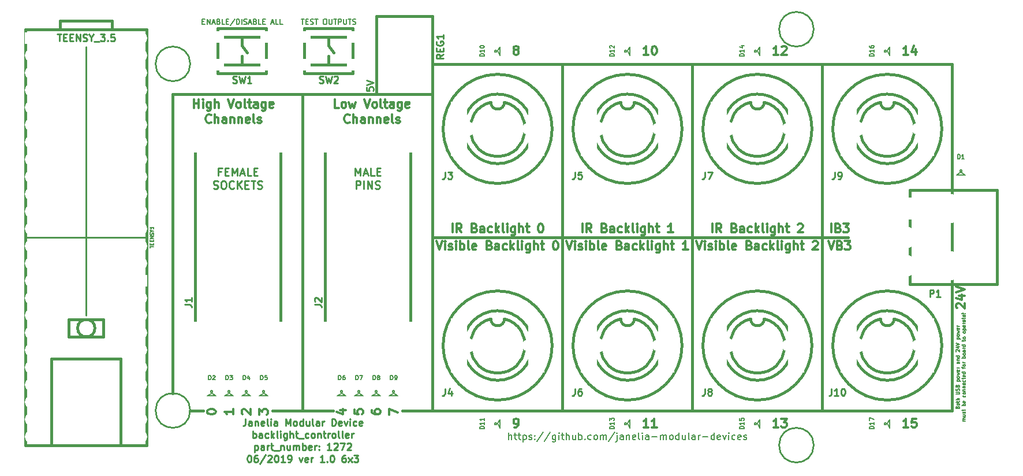
<source format=gto>
G04 #@! TF.GenerationSoftware,KiCad,Pcbnew,6.0.0-unknown-f1f26a9~86~ubuntu18.04.1*
G04 #@! TF.CreationDate,2019-06-07T10:14:52-04:00*
G04 #@! TF.ProjectId,backlight_controller_6x3,6261636b-6c69-4676-9874-5f636f6e7472,1.0*
G04 #@! TF.SameCoordinates,Original*
G04 #@! TF.FileFunction,Legend,Top*
G04 #@! TF.FilePolarity,Positive*
%FSLAX46Y46*%
G04 Gerber Fmt 4.6, Leading zero omitted, Abs format (unit mm)*
G04 Created by KiCad (PCBNEW 6.0.0-unknown-f1f26a9~86~ubuntu18.04.1) date 2019-06-07 10:14:52*
%MOMM*%
%LPD*%
G04 APERTURE LIST*
%ADD10C,0.127000*%
%ADD11C,0.381000*%
%ADD12C,0.317500*%
%ADD13C,0.190500*%
%ADD14C,0.254000*%
%ADD15C,0.228600*%
%ADD16C,0.400000*%
%ADD17C,0.158750*%
%ADD18C,0.285750*%
%ADD19O,2.743200X1.727200*%
%ADD20R,2.743200X1.727200*%
%ADD21R,2.870200X1.793240*%
%ADD22R,1.295400X1.295400*%
%ADD23C,2.403200*%
%ADD24R,13.203200X3.603200*%
%ADD25R,13.203200X3.603201*%
%ADD26R,2.603200X1.203200*%
%ADD27C,1.803200*%
%ADD28C,2.203200*%
%ADD29R,2.351600X7.951600*%
%ADD30C,1.601600*%
%ADD31C,1.000000*%
%ADD32C,3.759200*%
%ADD33O,4.203200X3.203200*%
%ADD34R,4.203200X3.203200*%
%ADD35C,4.203200*%
G04 APERTURE END LIST*
D10*
X188749214Y-130350380D02*
X188773404Y-130277809D01*
X188797595Y-130253619D01*
X188845976Y-130229428D01*
X188918547Y-130229428D01*
X188966928Y-130253619D01*
X188991119Y-130277809D01*
X189015309Y-130326190D01*
X189015309Y-130519714D01*
X188507309Y-130519714D01*
X188507309Y-130350380D01*
X188531500Y-130302000D01*
X188555690Y-130277809D01*
X188604071Y-130253619D01*
X188652452Y-130253619D01*
X188700833Y-130277809D01*
X188725023Y-130302000D01*
X188749214Y-130350380D01*
X188749214Y-130519714D01*
X189015309Y-129939142D02*
X188991119Y-129987523D01*
X188966928Y-130011714D01*
X188918547Y-130035904D01*
X188773404Y-130035904D01*
X188725023Y-130011714D01*
X188700833Y-129987523D01*
X188676642Y-129939142D01*
X188676642Y-129866571D01*
X188700833Y-129818190D01*
X188725023Y-129794000D01*
X188773404Y-129769809D01*
X188918547Y-129769809D01*
X188966928Y-129794000D01*
X188991119Y-129818190D01*
X189015309Y-129866571D01*
X189015309Y-129939142D01*
X188676642Y-129624666D02*
X188676642Y-129431142D01*
X188507309Y-129552095D02*
X188942738Y-129552095D01*
X188991119Y-129527904D01*
X189015309Y-129479523D01*
X189015309Y-129431142D01*
X189015309Y-129261809D02*
X188507309Y-129261809D01*
X189015309Y-129044095D02*
X188749214Y-129044095D01*
X188700833Y-129068285D01*
X188676642Y-129116666D01*
X188676642Y-129189238D01*
X188700833Y-129237619D01*
X188725023Y-129261809D01*
X188507309Y-128415142D02*
X188918547Y-128415142D01*
X188966928Y-128390952D01*
X188991119Y-128366761D01*
X189015309Y-128318380D01*
X189015309Y-128221619D01*
X188991119Y-128173238D01*
X188966928Y-128149047D01*
X188918547Y-128124857D01*
X188507309Y-128124857D01*
X188991119Y-127907142D02*
X189015309Y-127834571D01*
X189015309Y-127713619D01*
X188991119Y-127665238D01*
X188966928Y-127641047D01*
X188918547Y-127616857D01*
X188870166Y-127616857D01*
X188821785Y-127641047D01*
X188797595Y-127665238D01*
X188773404Y-127713619D01*
X188749214Y-127810380D01*
X188725023Y-127858761D01*
X188700833Y-127882952D01*
X188652452Y-127907142D01*
X188604071Y-127907142D01*
X188555690Y-127882952D01*
X188531500Y-127858761D01*
X188507309Y-127810380D01*
X188507309Y-127689428D01*
X188531500Y-127616857D01*
X188749214Y-127229809D02*
X188773404Y-127157238D01*
X188797595Y-127133047D01*
X188845976Y-127108857D01*
X188918547Y-127108857D01*
X188966928Y-127133047D01*
X188991119Y-127157238D01*
X189015309Y-127205619D01*
X189015309Y-127399142D01*
X188507309Y-127399142D01*
X188507309Y-127229809D01*
X188531500Y-127181428D01*
X188555690Y-127157238D01*
X188604071Y-127133047D01*
X188652452Y-127133047D01*
X188700833Y-127157238D01*
X188725023Y-127181428D01*
X188749214Y-127229809D01*
X188749214Y-127399142D01*
X188676642Y-126504095D02*
X189184642Y-126504095D01*
X188700833Y-126504095D02*
X188676642Y-126455714D01*
X188676642Y-126358952D01*
X188700833Y-126310571D01*
X188725023Y-126286380D01*
X188773404Y-126262190D01*
X188918547Y-126262190D01*
X188966928Y-126286380D01*
X188991119Y-126310571D01*
X189015309Y-126358952D01*
X189015309Y-126455714D01*
X188991119Y-126504095D01*
X189015309Y-125971904D02*
X188991119Y-126020285D01*
X188966928Y-126044476D01*
X188918547Y-126068666D01*
X188773404Y-126068666D01*
X188725023Y-126044476D01*
X188700833Y-126020285D01*
X188676642Y-125971904D01*
X188676642Y-125899333D01*
X188700833Y-125850952D01*
X188725023Y-125826761D01*
X188773404Y-125802571D01*
X188918547Y-125802571D01*
X188966928Y-125826761D01*
X188991119Y-125850952D01*
X189015309Y-125899333D01*
X189015309Y-125971904D01*
X188676642Y-125633238D02*
X189015309Y-125536476D01*
X188773404Y-125439714D01*
X189015309Y-125342952D01*
X188676642Y-125246190D01*
X188991119Y-124859142D02*
X189015309Y-124907523D01*
X189015309Y-125004285D01*
X188991119Y-125052666D01*
X188942738Y-125076857D01*
X188749214Y-125076857D01*
X188700833Y-125052666D01*
X188676642Y-125004285D01*
X188676642Y-124907523D01*
X188700833Y-124859142D01*
X188749214Y-124834952D01*
X188797595Y-124834952D01*
X188845976Y-125076857D01*
X189015309Y-124617238D02*
X188676642Y-124617238D01*
X188773404Y-124617238D02*
X188725023Y-124593047D01*
X188700833Y-124568857D01*
X188676642Y-124520476D01*
X188676642Y-124472095D01*
X189015309Y-123698000D02*
X188749214Y-123698000D01*
X188700833Y-123722190D01*
X188676642Y-123770571D01*
X188676642Y-123867333D01*
X188700833Y-123915714D01*
X188991119Y-123698000D02*
X189015309Y-123746380D01*
X189015309Y-123867333D01*
X188991119Y-123915714D01*
X188942738Y-123939904D01*
X188894357Y-123939904D01*
X188845976Y-123915714D01*
X188821785Y-123867333D01*
X188821785Y-123746380D01*
X188797595Y-123698000D01*
X188676642Y-123456095D02*
X189015309Y-123456095D01*
X188725023Y-123456095D02*
X188700833Y-123431904D01*
X188676642Y-123383523D01*
X188676642Y-123310952D01*
X188700833Y-123262571D01*
X188749214Y-123238380D01*
X189015309Y-123238380D01*
X189015309Y-122778761D02*
X188507309Y-122778761D01*
X188991119Y-122778761D02*
X189015309Y-122827142D01*
X189015309Y-122923904D01*
X188991119Y-122972285D01*
X188966928Y-122996476D01*
X188918547Y-123020666D01*
X188773404Y-123020666D01*
X188725023Y-122996476D01*
X188700833Y-122972285D01*
X188676642Y-122923904D01*
X188676642Y-122827142D01*
X188700833Y-122778761D01*
X188555690Y-122174000D02*
X188531500Y-122149809D01*
X188507309Y-122101428D01*
X188507309Y-121980476D01*
X188531500Y-121932095D01*
X188555690Y-121907904D01*
X188604071Y-121883714D01*
X188652452Y-121883714D01*
X188725023Y-121907904D01*
X189015309Y-122198190D01*
X189015309Y-121883714D01*
X188676642Y-121448285D02*
X189015309Y-121448285D01*
X188483119Y-121569238D02*
X188845976Y-121690190D01*
X188845976Y-121375714D01*
X188507309Y-121254761D02*
X189015309Y-121085428D01*
X188507309Y-120916095D01*
X188676642Y-120359714D02*
X189184642Y-120359714D01*
X188700833Y-120359714D02*
X188676642Y-120311333D01*
X188676642Y-120214571D01*
X188700833Y-120166190D01*
X188725023Y-120142000D01*
X188773404Y-120117809D01*
X188918547Y-120117809D01*
X188966928Y-120142000D01*
X188991119Y-120166190D01*
X189015309Y-120214571D01*
X189015309Y-120311333D01*
X188991119Y-120359714D01*
X189015309Y-119827523D02*
X188991119Y-119875904D01*
X188966928Y-119900095D01*
X188918547Y-119924285D01*
X188773404Y-119924285D01*
X188725023Y-119900095D01*
X188700833Y-119875904D01*
X188676642Y-119827523D01*
X188676642Y-119754952D01*
X188700833Y-119706571D01*
X188725023Y-119682380D01*
X188773404Y-119658190D01*
X188918547Y-119658190D01*
X188966928Y-119682380D01*
X188991119Y-119706571D01*
X189015309Y-119754952D01*
X189015309Y-119827523D01*
X188676642Y-119488857D02*
X189015309Y-119392095D01*
X188773404Y-119295333D01*
X189015309Y-119198571D01*
X188676642Y-119101809D01*
X188991119Y-118714761D02*
X189015309Y-118763142D01*
X189015309Y-118859904D01*
X188991119Y-118908285D01*
X188942738Y-118932476D01*
X188749214Y-118932476D01*
X188700833Y-118908285D01*
X188676642Y-118859904D01*
X188676642Y-118763142D01*
X188700833Y-118714761D01*
X188749214Y-118690571D01*
X188797595Y-118690571D01*
X188845976Y-118932476D01*
X189015309Y-118472857D02*
X188676642Y-118472857D01*
X188773404Y-118472857D02*
X188725023Y-118448666D01*
X188700833Y-118424476D01*
X188676642Y-118376095D01*
X188676642Y-118327714D01*
X189904309Y-132334000D02*
X189565642Y-132334000D01*
X189614023Y-132334000D02*
X189589833Y-132309809D01*
X189565642Y-132261428D01*
X189565642Y-132188857D01*
X189589833Y-132140476D01*
X189638214Y-132116285D01*
X189904309Y-132116285D01*
X189638214Y-132116285D02*
X189589833Y-132092095D01*
X189565642Y-132043714D01*
X189565642Y-131971142D01*
X189589833Y-131922761D01*
X189638214Y-131898571D01*
X189904309Y-131898571D01*
X189565642Y-131438952D02*
X189904309Y-131438952D01*
X189565642Y-131656666D02*
X189831738Y-131656666D01*
X189880119Y-131632476D01*
X189904309Y-131584095D01*
X189904309Y-131511523D01*
X189880119Y-131463142D01*
X189855928Y-131438952D01*
X189880119Y-131221238D02*
X189904309Y-131172857D01*
X189904309Y-131076095D01*
X189880119Y-131027714D01*
X189831738Y-131003523D01*
X189807547Y-131003523D01*
X189759166Y-131027714D01*
X189734976Y-131076095D01*
X189734976Y-131148666D01*
X189710785Y-131197047D01*
X189662404Y-131221238D01*
X189638214Y-131221238D01*
X189589833Y-131197047D01*
X189565642Y-131148666D01*
X189565642Y-131076095D01*
X189589833Y-131027714D01*
X189565642Y-130858380D02*
X189565642Y-130664857D01*
X189396309Y-130785809D02*
X189831738Y-130785809D01*
X189880119Y-130761619D01*
X189904309Y-130713238D01*
X189904309Y-130664857D01*
X189904309Y-130108476D02*
X189396309Y-130108476D01*
X189589833Y-130108476D02*
X189565642Y-130060095D01*
X189565642Y-129963333D01*
X189589833Y-129914952D01*
X189614023Y-129890761D01*
X189662404Y-129866571D01*
X189807547Y-129866571D01*
X189855928Y-129890761D01*
X189880119Y-129914952D01*
X189904309Y-129963333D01*
X189904309Y-130060095D01*
X189880119Y-130108476D01*
X189880119Y-129455333D02*
X189904309Y-129503714D01*
X189904309Y-129600476D01*
X189880119Y-129648857D01*
X189831738Y-129673047D01*
X189638214Y-129673047D01*
X189589833Y-129648857D01*
X189565642Y-129600476D01*
X189565642Y-129503714D01*
X189589833Y-129455333D01*
X189638214Y-129431142D01*
X189686595Y-129431142D01*
X189734976Y-129673047D01*
X189880119Y-128608666D02*
X189904309Y-128657047D01*
X189904309Y-128753809D01*
X189880119Y-128802190D01*
X189855928Y-128826380D01*
X189807547Y-128850571D01*
X189662404Y-128850571D01*
X189614023Y-128826380D01*
X189589833Y-128802190D01*
X189565642Y-128753809D01*
X189565642Y-128657047D01*
X189589833Y-128608666D01*
X189904309Y-128318380D02*
X189880119Y-128366761D01*
X189855928Y-128390952D01*
X189807547Y-128415142D01*
X189662404Y-128415142D01*
X189614023Y-128390952D01*
X189589833Y-128366761D01*
X189565642Y-128318380D01*
X189565642Y-128245809D01*
X189589833Y-128197428D01*
X189614023Y-128173238D01*
X189662404Y-128149047D01*
X189807547Y-128149047D01*
X189855928Y-128173238D01*
X189880119Y-128197428D01*
X189904309Y-128245809D01*
X189904309Y-128318380D01*
X189565642Y-127931333D02*
X189904309Y-127931333D01*
X189614023Y-127931333D02*
X189589833Y-127907142D01*
X189565642Y-127858761D01*
X189565642Y-127786190D01*
X189589833Y-127737809D01*
X189638214Y-127713619D01*
X189904309Y-127713619D01*
X189565642Y-127471714D02*
X189904309Y-127471714D01*
X189614023Y-127471714D02*
X189589833Y-127447523D01*
X189565642Y-127399142D01*
X189565642Y-127326571D01*
X189589833Y-127278190D01*
X189638214Y-127254000D01*
X189904309Y-127254000D01*
X189880119Y-126818571D02*
X189904309Y-126866952D01*
X189904309Y-126963714D01*
X189880119Y-127012095D01*
X189831738Y-127036285D01*
X189638214Y-127036285D01*
X189589833Y-127012095D01*
X189565642Y-126963714D01*
X189565642Y-126866952D01*
X189589833Y-126818571D01*
X189638214Y-126794380D01*
X189686595Y-126794380D01*
X189734976Y-127036285D01*
X189880119Y-126358952D02*
X189904309Y-126407333D01*
X189904309Y-126504095D01*
X189880119Y-126552476D01*
X189855928Y-126576666D01*
X189807547Y-126600857D01*
X189662404Y-126600857D01*
X189614023Y-126576666D01*
X189589833Y-126552476D01*
X189565642Y-126504095D01*
X189565642Y-126407333D01*
X189589833Y-126358952D01*
X189565642Y-126213809D02*
X189565642Y-126020285D01*
X189396309Y-126141238D02*
X189831738Y-126141238D01*
X189880119Y-126117047D01*
X189904309Y-126068666D01*
X189904309Y-126020285D01*
X189880119Y-125657428D02*
X189904309Y-125705809D01*
X189904309Y-125802571D01*
X189880119Y-125850952D01*
X189831738Y-125875142D01*
X189638214Y-125875142D01*
X189589833Y-125850952D01*
X189565642Y-125802571D01*
X189565642Y-125705809D01*
X189589833Y-125657428D01*
X189638214Y-125633238D01*
X189686595Y-125633238D01*
X189734976Y-125875142D01*
X189904309Y-125197809D02*
X189396309Y-125197809D01*
X189880119Y-125197809D02*
X189904309Y-125246190D01*
X189904309Y-125342952D01*
X189880119Y-125391333D01*
X189855928Y-125415523D01*
X189807547Y-125439714D01*
X189662404Y-125439714D01*
X189614023Y-125415523D01*
X189589833Y-125391333D01*
X189565642Y-125342952D01*
X189565642Y-125246190D01*
X189589833Y-125197809D01*
X189565642Y-124641428D02*
X189565642Y-124447904D01*
X189904309Y-124568857D02*
X189468880Y-124568857D01*
X189420500Y-124544666D01*
X189396309Y-124496285D01*
X189396309Y-124447904D01*
X189904309Y-124206000D02*
X189880119Y-124254380D01*
X189855928Y-124278571D01*
X189807547Y-124302761D01*
X189662404Y-124302761D01*
X189614023Y-124278571D01*
X189589833Y-124254380D01*
X189565642Y-124206000D01*
X189565642Y-124133428D01*
X189589833Y-124085047D01*
X189614023Y-124060857D01*
X189662404Y-124036666D01*
X189807547Y-124036666D01*
X189855928Y-124060857D01*
X189880119Y-124085047D01*
X189904309Y-124133428D01*
X189904309Y-124206000D01*
X189904309Y-123818952D02*
X189565642Y-123818952D01*
X189662404Y-123818952D02*
X189614023Y-123794761D01*
X189589833Y-123770571D01*
X189565642Y-123722190D01*
X189565642Y-123673809D01*
X189904309Y-123117428D02*
X189396309Y-123117428D01*
X189589833Y-123117428D02*
X189565642Y-123069047D01*
X189565642Y-122972285D01*
X189589833Y-122923904D01*
X189614023Y-122899714D01*
X189662404Y-122875523D01*
X189807547Y-122875523D01*
X189855928Y-122899714D01*
X189880119Y-122923904D01*
X189904309Y-122972285D01*
X189904309Y-123069047D01*
X189880119Y-123117428D01*
X189904309Y-122585238D02*
X189880119Y-122633619D01*
X189855928Y-122657809D01*
X189807547Y-122682000D01*
X189662404Y-122682000D01*
X189614023Y-122657809D01*
X189589833Y-122633619D01*
X189565642Y-122585238D01*
X189565642Y-122512666D01*
X189589833Y-122464285D01*
X189614023Y-122440095D01*
X189662404Y-122415904D01*
X189807547Y-122415904D01*
X189855928Y-122440095D01*
X189880119Y-122464285D01*
X189904309Y-122512666D01*
X189904309Y-122585238D01*
X189904309Y-121980476D02*
X189638214Y-121980476D01*
X189589833Y-122004666D01*
X189565642Y-122053047D01*
X189565642Y-122149809D01*
X189589833Y-122198190D01*
X189880119Y-121980476D02*
X189904309Y-122028857D01*
X189904309Y-122149809D01*
X189880119Y-122198190D01*
X189831738Y-122222380D01*
X189783357Y-122222380D01*
X189734976Y-122198190D01*
X189710785Y-122149809D01*
X189710785Y-122028857D01*
X189686595Y-121980476D01*
X189904309Y-121738571D02*
X189565642Y-121738571D01*
X189662404Y-121738571D02*
X189614023Y-121714380D01*
X189589833Y-121690190D01*
X189565642Y-121641809D01*
X189565642Y-121593428D01*
X189904309Y-121206380D02*
X189396309Y-121206380D01*
X189880119Y-121206380D02*
X189904309Y-121254761D01*
X189904309Y-121351523D01*
X189880119Y-121399904D01*
X189855928Y-121424095D01*
X189807547Y-121448285D01*
X189662404Y-121448285D01*
X189614023Y-121424095D01*
X189589833Y-121399904D01*
X189565642Y-121351523D01*
X189565642Y-121254761D01*
X189589833Y-121206380D01*
X189565642Y-120650000D02*
X189565642Y-120456476D01*
X189396309Y-120577428D02*
X189831738Y-120577428D01*
X189880119Y-120553238D01*
X189904309Y-120504857D01*
X189904309Y-120456476D01*
X189904309Y-120214571D02*
X189880119Y-120262952D01*
X189855928Y-120287142D01*
X189807547Y-120311333D01*
X189662404Y-120311333D01*
X189614023Y-120287142D01*
X189589833Y-120262952D01*
X189565642Y-120214571D01*
X189565642Y-120142000D01*
X189589833Y-120093619D01*
X189614023Y-120069428D01*
X189662404Y-120045238D01*
X189807547Y-120045238D01*
X189855928Y-120069428D01*
X189880119Y-120093619D01*
X189904309Y-120142000D01*
X189904309Y-120214571D01*
X189904309Y-119367904D02*
X189880119Y-119416285D01*
X189855928Y-119440476D01*
X189807547Y-119464666D01*
X189662404Y-119464666D01*
X189614023Y-119440476D01*
X189589833Y-119416285D01*
X189565642Y-119367904D01*
X189565642Y-119295333D01*
X189589833Y-119246952D01*
X189614023Y-119222761D01*
X189662404Y-119198571D01*
X189807547Y-119198571D01*
X189855928Y-119222761D01*
X189880119Y-119246952D01*
X189904309Y-119295333D01*
X189904309Y-119367904D01*
X189565642Y-118980857D02*
X190073642Y-118980857D01*
X189589833Y-118980857D02*
X189565642Y-118932476D01*
X189565642Y-118835714D01*
X189589833Y-118787333D01*
X189614023Y-118763142D01*
X189662404Y-118738952D01*
X189807547Y-118738952D01*
X189855928Y-118763142D01*
X189880119Y-118787333D01*
X189904309Y-118835714D01*
X189904309Y-118932476D01*
X189880119Y-118980857D01*
X189880119Y-118327714D02*
X189904309Y-118376095D01*
X189904309Y-118472857D01*
X189880119Y-118521238D01*
X189831738Y-118545428D01*
X189638214Y-118545428D01*
X189589833Y-118521238D01*
X189565642Y-118472857D01*
X189565642Y-118376095D01*
X189589833Y-118327714D01*
X189638214Y-118303523D01*
X189686595Y-118303523D01*
X189734976Y-118545428D01*
X189904309Y-118085809D02*
X189565642Y-118085809D01*
X189662404Y-118085809D02*
X189614023Y-118061619D01*
X189589833Y-118037428D01*
X189565642Y-117989047D01*
X189565642Y-117940666D01*
X189904309Y-117553619D02*
X189638214Y-117553619D01*
X189589833Y-117577809D01*
X189565642Y-117626190D01*
X189565642Y-117722952D01*
X189589833Y-117771333D01*
X189880119Y-117553619D02*
X189904309Y-117602000D01*
X189904309Y-117722952D01*
X189880119Y-117771333D01*
X189831738Y-117795523D01*
X189783357Y-117795523D01*
X189734976Y-117771333D01*
X189710785Y-117722952D01*
X189710785Y-117602000D01*
X189686595Y-117553619D01*
X189565642Y-117384285D02*
X189565642Y-117190761D01*
X189396309Y-117311714D02*
X189831738Y-117311714D01*
X189880119Y-117287523D01*
X189904309Y-117239142D01*
X189904309Y-117190761D01*
X189880119Y-116827904D02*
X189904309Y-116876285D01*
X189904309Y-116973047D01*
X189880119Y-117021428D01*
X189831738Y-117045619D01*
X189638214Y-117045619D01*
X189589833Y-117021428D01*
X189565642Y-116973047D01*
X189565642Y-116876285D01*
X189589833Y-116827904D01*
X189638214Y-116803714D01*
X189686595Y-116803714D01*
X189734976Y-117045619D01*
X189855928Y-116586000D02*
X189880119Y-116561809D01*
X189904309Y-116586000D01*
X189880119Y-116610190D01*
X189855928Y-116586000D01*
X189904309Y-116586000D01*
X189710785Y-116586000D02*
X189420500Y-116610190D01*
X189396309Y-116586000D01*
X189420500Y-116561809D01*
X189710785Y-116586000D01*
X189396309Y-116586000D01*
D11*
X107315000Y-130810000D02*
X111760000Y-130810000D01*
X78105000Y-130810000D02*
X76200000Y-130810000D01*
X88265000Y-130810000D02*
X97155000Y-130810000D01*
X92710000Y-84455000D02*
X92710000Y-130810000D01*
X73660000Y-84455000D02*
X73660000Y-128270000D01*
X111760000Y-84455000D02*
X73660000Y-84455000D01*
D12*
X181513994Y-78679523D02*
X180788279Y-78679523D01*
X181151136Y-78679523D02*
X181151136Y-77409523D01*
X181030184Y-77590952D01*
X180909232Y-77711904D01*
X180788279Y-77772380D01*
X182602565Y-77832857D02*
X182602565Y-78679523D01*
X182300184Y-77349047D02*
X181997803Y-78256190D01*
X182783994Y-78256190D01*
X162463994Y-78679523D02*
X161738279Y-78679523D01*
X162101136Y-78679523D02*
X162101136Y-77409523D01*
X161980184Y-77590952D01*
X161859232Y-77711904D01*
X161738279Y-77772380D01*
X162947803Y-77530476D02*
X163008279Y-77470000D01*
X163129232Y-77409523D01*
X163431613Y-77409523D01*
X163552565Y-77470000D01*
X163613041Y-77530476D01*
X163673517Y-77651428D01*
X163673517Y-77772380D01*
X163613041Y-77953809D01*
X162887327Y-78679523D01*
X163673517Y-78679523D01*
X143413994Y-78679523D02*
X142688279Y-78679523D01*
X143051136Y-78679523D02*
X143051136Y-77409523D01*
X142930184Y-77590952D01*
X142809232Y-77711904D01*
X142688279Y-77772380D01*
X144200184Y-77409523D02*
X144321136Y-77409523D01*
X144442089Y-77470000D01*
X144502565Y-77530476D01*
X144563041Y-77651428D01*
X144623517Y-77893333D01*
X144623517Y-78195714D01*
X144563041Y-78437619D01*
X144502565Y-78558571D01*
X144442089Y-78619047D01*
X144321136Y-78679523D01*
X144200184Y-78679523D01*
X144079232Y-78619047D01*
X144018755Y-78558571D01*
X143958279Y-78437619D01*
X143897803Y-78195714D01*
X143897803Y-77893333D01*
X143958279Y-77651428D01*
X144018755Y-77530476D01*
X144079232Y-77470000D01*
X144200184Y-77409523D01*
X181513994Y-133289523D02*
X180788279Y-133289523D01*
X181151136Y-133289523D02*
X181151136Y-132019523D01*
X181030184Y-132200952D01*
X180909232Y-132321904D01*
X180788279Y-132382380D01*
X182663041Y-132019523D02*
X182058279Y-132019523D01*
X181997803Y-132624285D01*
X182058279Y-132563809D01*
X182179232Y-132503333D01*
X182481613Y-132503333D01*
X182602565Y-132563809D01*
X182663041Y-132624285D01*
X182723517Y-132745238D01*
X182723517Y-133047619D01*
X182663041Y-133168571D01*
X182602565Y-133229047D01*
X182481613Y-133289523D01*
X182179232Y-133289523D01*
X182058279Y-133229047D01*
X181997803Y-133168571D01*
X162463994Y-133289523D02*
X161738279Y-133289523D01*
X162101136Y-133289523D02*
X162101136Y-132019523D01*
X161980184Y-132200952D01*
X161859232Y-132321904D01*
X161738279Y-132382380D01*
X162887327Y-132019523D02*
X163673517Y-132019523D01*
X163250184Y-132503333D01*
X163431613Y-132503333D01*
X163552565Y-132563809D01*
X163613041Y-132624285D01*
X163673517Y-132745238D01*
X163673517Y-133047619D01*
X163613041Y-133168571D01*
X163552565Y-133229047D01*
X163431613Y-133289523D01*
X163068755Y-133289523D01*
X162947803Y-133229047D01*
X162887327Y-133168571D01*
X143413994Y-133289523D02*
X142688279Y-133289523D01*
X143051136Y-133289523D02*
X143051136Y-132019523D01*
X142930184Y-132200952D01*
X142809232Y-132321904D01*
X142688279Y-132382380D01*
X144623517Y-133289523D02*
X143897803Y-133289523D01*
X144260660Y-133289523D02*
X144260660Y-132019523D01*
X144139708Y-132200952D01*
X144018755Y-132321904D01*
X143897803Y-132382380D01*
X123759232Y-133289523D02*
X124001136Y-133289523D01*
X124122089Y-133229047D01*
X124182565Y-133168571D01*
X124303517Y-132987142D01*
X124363994Y-132745238D01*
X124363994Y-132261428D01*
X124303517Y-132140476D01*
X124243041Y-132080000D01*
X124122089Y-132019523D01*
X123880184Y-132019523D01*
X123759232Y-132080000D01*
X123698755Y-132140476D01*
X123638279Y-132261428D01*
X123638279Y-132563809D01*
X123698755Y-132684761D01*
X123759232Y-132745238D01*
X123880184Y-132805714D01*
X124122089Y-132805714D01*
X124243041Y-132745238D01*
X124303517Y-132684761D01*
X124363994Y-132563809D01*
X123880184Y-77953809D02*
X123759232Y-77893333D01*
X123698755Y-77832857D01*
X123638279Y-77711904D01*
X123638279Y-77651428D01*
X123698755Y-77530476D01*
X123759232Y-77470000D01*
X123880184Y-77409523D01*
X124122089Y-77409523D01*
X124243041Y-77470000D01*
X124303517Y-77530476D01*
X124363994Y-77651428D01*
X124363994Y-77711904D01*
X124303517Y-77832857D01*
X124243041Y-77893333D01*
X124122089Y-77953809D01*
X123880184Y-77953809D01*
X123759232Y-78014285D01*
X123698755Y-78074761D01*
X123638279Y-78195714D01*
X123638279Y-78437619D01*
X123698755Y-78558571D01*
X123759232Y-78619047D01*
X123880184Y-78679523D01*
X124122089Y-78679523D01*
X124243041Y-78619047D01*
X124303517Y-78558571D01*
X124363994Y-78437619D01*
X124363994Y-78195714D01*
X124303517Y-78074761D01*
X124243041Y-78014285D01*
X124122089Y-77953809D01*
X169786904Y-105984523D02*
X170210238Y-107254523D01*
X170633571Y-105984523D01*
X171480238Y-106589285D02*
X171661666Y-106649761D01*
X171722142Y-106710238D01*
X171782619Y-106831190D01*
X171782619Y-107012619D01*
X171722142Y-107133571D01*
X171661666Y-107194047D01*
X171540714Y-107254523D01*
X171056904Y-107254523D01*
X171056904Y-105984523D01*
X171480238Y-105984523D01*
X171601190Y-106045000D01*
X171661666Y-106105476D01*
X171722142Y-106226428D01*
X171722142Y-106347380D01*
X171661666Y-106468333D01*
X171601190Y-106528809D01*
X171480238Y-106589285D01*
X171056904Y-106589285D01*
X172205952Y-105984523D02*
X172992142Y-105984523D01*
X172568809Y-106468333D01*
X172750238Y-106468333D01*
X172871190Y-106528809D01*
X172931666Y-106589285D01*
X172992142Y-106710238D01*
X172992142Y-107012619D01*
X172931666Y-107133571D01*
X172871190Y-107194047D01*
X172750238Y-107254523D01*
X172387380Y-107254523D01*
X172266428Y-107194047D01*
X172205952Y-107133571D01*
X170210238Y-104714523D02*
X170210238Y-103444523D01*
X171238333Y-104049285D02*
X171419761Y-104109761D01*
X171480238Y-104170238D01*
X171540714Y-104291190D01*
X171540714Y-104472619D01*
X171480238Y-104593571D01*
X171419761Y-104654047D01*
X171298809Y-104714523D01*
X170815000Y-104714523D01*
X170815000Y-103444523D01*
X171238333Y-103444523D01*
X171359285Y-103505000D01*
X171419761Y-103565476D01*
X171480238Y-103686428D01*
X171480238Y-103807380D01*
X171419761Y-103928333D01*
X171359285Y-103988809D01*
X171238333Y-104049285D01*
X170815000Y-104049285D01*
X171964047Y-103444523D02*
X172750238Y-103444523D01*
X172326904Y-103928333D01*
X172508333Y-103928333D01*
X172629285Y-103988809D01*
X172689761Y-104049285D01*
X172750238Y-104170238D01*
X172750238Y-104472619D01*
X172689761Y-104593571D01*
X172629285Y-104654047D01*
X172508333Y-104714523D01*
X172145476Y-104714523D01*
X172024523Y-104654047D01*
X171964047Y-104593571D01*
X150404285Y-105984523D02*
X150827619Y-107254523D01*
X151250952Y-105984523D01*
X151674285Y-107254523D02*
X151674285Y-106407857D01*
X151674285Y-105984523D02*
X151613809Y-106045000D01*
X151674285Y-106105476D01*
X151734761Y-106045000D01*
X151674285Y-105984523D01*
X151674285Y-106105476D01*
X152218571Y-107194047D02*
X152339523Y-107254523D01*
X152581428Y-107254523D01*
X152702380Y-107194047D01*
X152762857Y-107073095D01*
X152762857Y-107012619D01*
X152702380Y-106891666D01*
X152581428Y-106831190D01*
X152400000Y-106831190D01*
X152279047Y-106770714D01*
X152218571Y-106649761D01*
X152218571Y-106589285D01*
X152279047Y-106468333D01*
X152400000Y-106407857D01*
X152581428Y-106407857D01*
X152702380Y-106468333D01*
X153307142Y-107254523D02*
X153307142Y-106407857D01*
X153307142Y-105984523D02*
X153246666Y-106045000D01*
X153307142Y-106105476D01*
X153367619Y-106045000D01*
X153307142Y-105984523D01*
X153307142Y-106105476D01*
X153911904Y-107254523D02*
X153911904Y-105984523D01*
X153911904Y-106468333D02*
X154032857Y-106407857D01*
X154274761Y-106407857D01*
X154395714Y-106468333D01*
X154456190Y-106528809D01*
X154516666Y-106649761D01*
X154516666Y-107012619D01*
X154456190Y-107133571D01*
X154395714Y-107194047D01*
X154274761Y-107254523D01*
X154032857Y-107254523D01*
X153911904Y-107194047D01*
X155242380Y-107254523D02*
X155121428Y-107194047D01*
X155060952Y-107073095D01*
X155060952Y-105984523D01*
X156210000Y-107194047D02*
X156089047Y-107254523D01*
X155847142Y-107254523D01*
X155726190Y-107194047D01*
X155665714Y-107073095D01*
X155665714Y-106589285D01*
X155726190Y-106468333D01*
X155847142Y-106407857D01*
X156089047Y-106407857D01*
X156210000Y-106468333D01*
X156270476Y-106589285D01*
X156270476Y-106710238D01*
X155665714Y-106831190D01*
X158205714Y-106589285D02*
X158387142Y-106649761D01*
X158447619Y-106710238D01*
X158508095Y-106831190D01*
X158508095Y-107012619D01*
X158447619Y-107133571D01*
X158387142Y-107194047D01*
X158266190Y-107254523D01*
X157782380Y-107254523D01*
X157782380Y-105984523D01*
X158205714Y-105984523D01*
X158326666Y-106045000D01*
X158387142Y-106105476D01*
X158447619Y-106226428D01*
X158447619Y-106347380D01*
X158387142Y-106468333D01*
X158326666Y-106528809D01*
X158205714Y-106589285D01*
X157782380Y-106589285D01*
X159596666Y-107254523D02*
X159596666Y-106589285D01*
X159536190Y-106468333D01*
X159415238Y-106407857D01*
X159173333Y-106407857D01*
X159052380Y-106468333D01*
X159596666Y-107194047D02*
X159475714Y-107254523D01*
X159173333Y-107254523D01*
X159052380Y-107194047D01*
X158991904Y-107073095D01*
X158991904Y-106952142D01*
X159052380Y-106831190D01*
X159173333Y-106770714D01*
X159475714Y-106770714D01*
X159596666Y-106710238D01*
X160745714Y-107194047D02*
X160624761Y-107254523D01*
X160382857Y-107254523D01*
X160261904Y-107194047D01*
X160201428Y-107133571D01*
X160140952Y-107012619D01*
X160140952Y-106649761D01*
X160201428Y-106528809D01*
X160261904Y-106468333D01*
X160382857Y-106407857D01*
X160624761Y-106407857D01*
X160745714Y-106468333D01*
X161290000Y-107254523D02*
X161290000Y-105984523D01*
X161410952Y-106770714D02*
X161773809Y-107254523D01*
X161773809Y-106407857D02*
X161290000Y-106891666D01*
X162499523Y-107254523D02*
X162378571Y-107194047D01*
X162318095Y-107073095D01*
X162318095Y-105984523D01*
X162983333Y-107254523D02*
X162983333Y-106407857D01*
X162983333Y-105984523D02*
X162922857Y-106045000D01*
X162983333Y-106105476D01*
X163043809Y-106045000D01*
X162983333Y-105984523D01*
X162983333Y-106105476D01*
X164132380Y-106407857D02*
X164132380Y-107435952D01*
X164071904Y-107556904D01*
X164011428Y-107617380D01*
X163890476Y-107677857D01*
X163709047Y-107677857D01*
X163588095Y-107617380D01*
X164132380Y-107194047D02*
X164011428Y-107254523D01*
X163769523Y-107254523D01*
X163648571Y-107194047D01*
X163588095Y-107133571D01*
X163527619Y-107012619D01*
X163527619Y-106649761D01*
X163588095Y-106528809D01*
X163648571Y-106468333D01*
X163769523Y-106407857D01*
X164011428Y-106407857D01*
X164132380Y-106468333D01*
X164737142Y-107254523D02*
X164737142Y-105984523D01*
X165281428Y-107254523D02*
X165281428Y-106589285D01*
X165220952Y-106468333D01*
X165100000Y-106407857D01*
X164918571Y-106407857D01*
X164797619Y-106468333D01*
X164737142Y-106528809D01*
X165704761Y-106407857D02*
X166188571Y-106407857D01*
X165886190Y-105984523D02*
X165886190Y-107073095D01*
X165946666Y-107194047D01*
X166067619Y-107254523D01*
X166188571Y-107254523D01*
X167519047Y-106105476D02*
X167579523Y-106045000D01*
X167700476Y-105984523D01*
X168002857Y-105984523D01*
X168123809Y-106045000D01*
X168184285Y-106105476D01*
X168244761Y-106226428D01*
X168244761Y-106347380D01*
X168184285Y-106528809D01*
X167458571Y-107254523D01*
X168244761Y-107254523D01*
X131354285Y-105984523D02*
X131777619Y-107254523D01*
X132200952Y-105984523D01*
X132624285Y-107254523D02*
X132624285Y-106407857D01*
X132624285Y-105984523D02*
X132563809Y-106045000D01*
X132624285Y-106105476D01*
X132684761Y-106045000D01*
X132624285Y-105984523D01*
X132624285Y-106105476D01*
X133168571Y-107194047D02*
X133289523Y-107254523D01*
X133531428Y-107254523D01*
X133652380Y-107194047D01*
X133712857Y-107073095D01*
X133712857Y-107012619D01*
X133652380Y-106891666D01*
X133531428Y-106831190D01*
X133350000Y-106831190D01*
X133229047Y-106770714D01*
X133168571Y-106649761D01*
X133168571Y-106589285D01*
X133229047Y-106468333D01*
X133350000Y-106407857D01*
X133531428Y-106407857D01*
X133652380Y-106468333D01*
X134257142Y-107254523D02*
X134257142Y-106407857D01*
X134257142Y-105984523D02*
X134196666Y-106045000D01*
X134257142Y-106105476D01*
X134317619Y-106045000D01*
X134257142Y-105984523D01*
X134257142Y-106105476D01*
X134861904Y-107254523D02*
X134861904Y-105984523D01*
X134861904Y-106468333D02*
X134982857Y-106407857D01*
X135224761Y-106407857D01*
X135345714Y-106468333D01*
X135406190Y-106528809D01*
X135466666Y-106649761D01*
X135466666Y-107012619D01*
X135406190Y-107133571D01*
X135345714Y-107194047D01*
X135224761Y-107254523D01*
X134982857Y-107254523D01*
X134861904Y-107194047D01*
X136192380Y-107254523D02*
X136071428Y-107194047D01*
X136010952Y-107073095D01*
X136010952Y-105984523D01*
X137160000Y-107194047D02*
X137039047Y-107254523D01*
X136797142Y-107254523D01*
X136676190Y-107194047D01*
X136615714Y-107073095D01*
X136615714Y-106589285D01*
X136676190Y-106468333D01*
X136797142Y-106407857D01*
X137039047Y-106407857D01*
X137160000Y-106468333D01*
X137220476Y-106589285D01*
X137220476Y-106710238D01*
X136615714Y-106831190D01*
X139155714Y-106589285D02*
X139337142Y-106649761D01*
X139397619Y-106710238D01*
X139458095Y-106831190D01*
X139458095Y-107012619D01*
X139397619Y-107133571D01*
X139337142Y-107194047D01*
X139216190Y-107254523D01*
X138732380Y-107254523D01*
X138732380Y-105984523D01*
X139155714Y-105984523D01*
X139276666Y-106045000D01*
X139337142Y-106105476D01*
X139397619Y-106226428D01*
X139397619Y-106347380D01*
X139337142Y-106468333D01*
X139276666Y-106528809D01*
X139155714Y-106589285D01*
X138732380Y-106589285D01*
X140546666Y-107254523D02*
X140546666Y-106589285D01*
X140486190Y-106468333D01*
X140365238Y-106407857D01*
X140123333Y-106407857D01*
X140002380Y-106468333D01*
X140546666Y-107194047D02*
X140425714Y-107254523D01*
X140123333Y-107254523D01*
X140002380Y-107194047D01*
X139941904Y-107073095D01*
X139941904Y-106952142D01*
X140002380Y-106831190D01*
X140123333Y-106770714D01*
X140425714Y-106770714D01*
X140546666Y-106710238D01*
X141695714Y-107194047D02*
X141574761Y-107254523D01*
X141332857Y-107254523D01*
X141211904Y-107194047D01*
X141151428Y-107133571D01*
X141090952Y-107012619D01*
X141090952Y-106649761D01*
X141151428Y-106528809D01*
X141211904Y-106468333D01*
X141332857Y-106407857D01*
X141574761Y-106407857D01*
X141695714Y-106468333D01*
X142240000Y-107254523D02*
X142240000Y-105984523D01*
X142360952Y-106770714D02*
X142723809Y-107254523D01*
X142723809Y-106407857D02*
X142240000Y-106891666D01*
X143449523Y-107254523D02*
X143328571Y-107194047D01*
X143268095Y-107073095D01*
X143268095Y-105984523D01*
X143933333Y-107254523D02*
X143933333Y-106407857D01*
X143933333Y-105984523D02*
X143872857Y-106045000D01*
X143933333Y-106105476D01*
X143993809Y-106045000D01*
X143933333Y-105984523D01*
X143933333Y-106105476D01*
X145082380Y-106407857D02*
X145082380Y-107435952D01*
X145021904Y-107556904D01*
X144961428Y-107617380D01*
X144840476Y-107677857D01*
X144659047Y-107677857D01*
X144538095Y-107617380D01*
X145082380Y-107194047D02*
X144961428Y-107254523D01*
X144719523Y-107254523D01*
X144598571Y-107194047D01*
X144538095Y-107133571D01*
X144477619Y-107012619D01*
X144477619Y-106649761D01*
X144538095Y-106528809D01*
X144598571Y-106468333D01*
X144719523Y-106407857D01*
X144961428Y-106407857D01*
X145082380Y-106468333D01*
X145687142Y-107254523D02*
X145687142Y-105984523D01*
X146231428Y-107254523D02*
X146231428Y-106589285D01*
X146170952Y-106468333D01*
X146050000Y-106407857D01*
X145868571Y-106407857D01*
X145747619Y-106468333D01*
X145687142Y-106528809D01*
X146654761Y-106407857D02*
X147138571Y-106407857D01*
X146836190Y-105984523D02*
X146836190Y-107073095D01*
X146896666Y-107194047D01*
X147017619Y-107254523D01*
X147138571Y-107254523D01*
X149194761Y-107254523D02*
X148469047Y-107254523D01*
X148831904Y-107254523D02*
X148831904Y-105984523D01*
X148710952Y-106165952D01*
X148590000Y-106286904D01*
X148469047Y-106347380D01*
X152762857Y-104714523D02*
X152762857Y-103444523D01*
X154093333Y-104714523D02*
X153670000Y-104109761D01*
X153367619Y-104714523D02*
X153367619Y-103444523D01*
X153851428Y-103444523D01*
X153972380Y-103505000D01*
X154032857Y-103565476D01*
X154093333Y-103686428D01*
X154093333Y-103867857D01*
X154032857Y-103988809D01*
X153972380Y-104049285D01*
X153851428Y-104109761D01*
X153367619Y-104109761D01*
X156028571Y-104049285D02*
X156210000Y-104109761D01*
X156270476Y-104170238D01*
X156330952Y-104291190D01*
X156330952Y-104472619D01*
X156270476Y-104593571D01*
X156210000Y-104654047D01*
X156089047Y-104714523D01*
X155605238Y-104714523D01*
X155605238Y-103444523D01*
X156028571Y-103444523D01*
X156149523Y-103505000D01*
X156210000Y-103565476D01*
X156270476Y-103686428D01*
X156270476Y-103807380D01*
X156210000Y-103928333D01*
X156149523Y-103988809D01*
X156028571Y-104049285D01*
X155605238Y-104049285D01*
X157419523Y-104714523D02*
X157419523Y-104049285D01*
X157359047Y-103928333D01*
X157238095Y-103867857D01*
X156996190Y-103867857D01*
X156875238Y-103928333D01*
X157419523Y-104654047D02*
X157298571Y-104714523D01*
X156996190Y-104714523D01*
X156875238Y-104654047D01*
X156814761Y-104533095D01*
X156814761Y-104412142D01*
X156875238Y-104291190D01*
X156996190Y-104230714D01*
X157298571Y-104230714D01*
X157419523Y-104170238D01*
X158568571Y-104654047D02*
X158447619Y-104714523D01*
X158205714Y-104714523D01*
X158084761Y-104654047D01*
X158024285Y-104593571D01*
X157963809Y-104472619D01*
X157963809Y-104109761D01*
X158024285Y-103988809D01*
X158084761Y-103928333D01*
X158205714Y-103867857D01*
X158447619Y-103867857D01*
X158568571Y-103928333D01*
X159112857Y-104714523D02*
X159112857Y-103444523D01*
X159233809Y-104230714D02*
X159596666Y-104714523D01*
X159596666Y-103867857D02*
X159112857Y-104351666D01*
X160322380Y-104714523D02*
X160201428Y-104654047D01*
X160140952Y-104533095D01*
X160140952Y-103444523D01*
X160806190Y-104714523D02*
X160806190Y-103867857D01*
X160806190Y-103444523D02*
X160745714Y-103505000D01*
X160806190Y-103565476D01*
X160866666Y-103505000D01*
X160806190Y-103444523D01*
X160806190Y-103565476D01*
X161955238Y-103867857D02*
X161955238Y-104895952D01*
X161894761Y-105016904D01*
X161834285Y-105077380D01*
X161713333Y-105137857D01*
X161531904Y-105137857D01*
X161410952Y-105077380D01*
X161955238Y-104654047D02*
X161834285Y-104714523D01*
X161592380Y-104714523D01*
X161471428Y-104654047D01*
X161410952Y-104593571D01*
X161350476Y-104472619D01*
X161350476Y-104109761D01*
X161410952Y-103988809D01*
X161471428Y-103928333D01*
X161592380Y-103867857D01*
X161834285Y-103867857D01*
X161955238Y-103928333D01*
X162560000Y-104714523D02*
X162560000Y-103444523D01*
X163104285Y-104714523D02*
X163104285Y-104049285D01*
X163043809Y-103928333D01*
X162922857Y-103867857D01*
X162741428Y-103867857D01*
X162620476Y-103928333D01*
X162560000Y-103988809D01*
X163527619Y-103867857D02*
X164011428Y-103867857D01*
X163709047Y-103444523D02*
X163709047Y-104533095D01*
X163769523Y-104654047D01*
X163890476Y-104714523D01*
X164011428Y-104714523D01*
X165341904Y-103565476D02*
X165402380Y-103505000D01*
X165523333Y-103444523D01*
X165825714Y-103444523D01*
X165946666Y-103505000D01*
X166007142Y-103565476D01*
X166067619Y-103686428D01*
X166067619Y-103807380D01*
X166007142Y-103988809D01*
X165281428Y-104714523D01*
X166067619Y-104714523D01*
X133712857Y-104714523D02*
X133712857Y-103444523D01*
X135043333Y-104714523D02*
X134620000Y-104109761D01*
X134317619Y-104714523D02*
X134317619Y-103444523D01*
X134801428Y-103444523D01*
X134922380Y-103505000D01*
X134982857Y-103565476D01*
X135043333Y-103686428D01*
X135043333Y-103867857D01*
X134982857Y-103988809D01*
X134922380Y-104049285D01*
X134801428Y-104109761D01*
X134317619Y-104109761D01*
X136978571Y-104049285D02*
X137160000Y-104109761D01*
X137220476Y-104170238D01*
X137280952Y-104291190D01*
X137280952Y-104472619D01*
X137220476Y-104593571D01*
X137160000Y-104654047D01*
X137039047Y-104714523D01*
X136555238Y-104714523D01*
X136555238Y-103444523D01*
X136978571Y-103444523D01*
X137099523Y-103505000D01*
X137160000Y-103565476D01*
X137220476Y-103686428D01*
X137220476Y-103807380D01*
X137160000Y-103928333D01*
X137099523Y-103988809D01*
X136978571Y-104049285D01*
X136555238Y-104049285D01*
X138369523Y-104714523D02*
X138369523Y-104049285D01*
X138309047Y-103928333D01*
X138188095Y-103867857D01*
X137946190Y-103867857D01*
X137825238Y-103928333D01*
X138369523Y-104654047D02*
X138248571Y-104714523D01*
X137946190Y-104714523D01*
X137825238Y-104654047D01*
X137764761Y-104533095D01*
X137764761Y-104412142D01*
X137825238Y-104291190D01*
X137946190Y-104230714D01*
X138248571Y-104230714D01*
X138369523Y-104170238D01*
X139518571Y-104654047D02*
X139397619Y-104714523D01*
X139155714Y-104714523D01*
X139034761Y-104654047D01*
X138974285Y-104593571D01*
X138913809Y-104472619D01*
X138913809Y-104109761D01*
X138974285Y-103988809D01*
X139034761Y-103928333D01*
X139155714Y-103867857D01*
X139397619Y-103867857D01*
X139518571Y-103928333D01*
X140062857Y-104714523D02*
X140062857Y-103444523D01*
X140183809Y-104230714D02*
X140546666Y-104714523D01*
X140546666Y-103867857D02*
X140062857Y-104351666D01*
X141272380Y-104714523D02*
X141151428Y-104654047D01*
X141090952Y-104533095D01*
X141090952Y-103444523D01*
X141756190Y-104714523D02*
X141756190Y-103867857D01*
X141756190Y-103444523D02*
X141695714Y-103505000D01*
X141756190Y-103565476D01*
X141816666Y-103505000D01*
X141756190Y-103444523D01*
X141756190Y-103565476D01*
X142905238Y-103867857D02*
X142905238Y-104895952D01*
X142844761Y-105016904D01*
X142784285Y-105077380D01*
X142663333Y-105137857D01*
X142481904Y-105137857D01*
X142360952Y-105077380D01*
X142905238Y-104654047D02*
X142784285Y-104714523D01*
X142542380Y-104714523D01*
X142421428Y-104654047D01*
X142360952Y-104593571D01*
X142300476Y-104472619D01*
X142300476Y-104109761D01*
X142360952Y-103988809D01*
X142421428Y-103928333D01*
X142542380Y-103867857D01*
X142784285Y-103867857D01*
X142905238Y-103928333D01*
X143510000Y-104714523D02*
X143510000Y-103444523D01*
X144054285Y-104714523D02*
X144054285Y-104049285D01*
X143993809Y-103928333D01*
X143872857Y-103867857D01*
X143691428Y-103867857D01*
X143570476Y-103928333D01*
X143510000Y-103988809D01*
X144477619Y-103867857D02*
X144961428Y-103867857D01*
X144659047Y-103444523D02*
X144659047Y-104533095D01*
X144719523Y-104654047D01*
X144840476Y-104714523D01*
X144961428Y-104714523D01*
X147017619Y-104714523D02*
X146291904Y-104714523D01*
X146654761Y-104714523D02*
X146654761Y-103444523D01*
X146533809Y-103625952D01*
X146412857Y-103746904D01*
X146291904Y-103807380D01*
D11*
X187960000Y-80010000D02*
X187960000Y-130810000D01*
X149860000Y-80010000D02*
X149860000Y-130810000D01*
X111760000Y-105410000D02*
X172720000Y-105410000D01*
D12*
X98031904Y-86458273D02*
X97427142Y-86458273D01*
X97427142Y-85188273D01*
X98636666Y-86458273D02*
X98515714Y-86397797D01*
X98455238Y-86337321D01*
X98394761Y-86216369D01*
X98394761Y-85853511D01*
X98455238Y-85732559D01*
X98515714Y-85672083D01*
X98636666Y-85611607D01*
X98818095Y-85611607D01*
X98939047Y-85672083D01*
X98999523Y-85732559D01*
X99060000Y-85853511D01*
X99060000Y-86216369D01*
X98999523Y-86337321D01*
X98939047Y-86397797D01*
X98818095Y-86458273D01*
X98636666Y-86458273D01*
X99483333Y-85611607D02*
X99725238Y-86458273D01*
X99967142Y-85853511D01*
X100209047Y-86458273D01*
X100450952Y-85611607D01*
X101720952Y-85188273D02*
X102144285Y-86458273D01*
X102567619Y-85188273D01*
X103172380Y-86458273D02*
X103051428Y-86397797D01*
X102990952Y-86337321D01*
X102930476Y-86216369D01*
X102930476Y-85853511D01*
X102990952Y-85732559D01*
X103051428Y-85672083D01*
X103172380Y-85611607D01*
X103353809Y-85611607D01*
X103474761Y-85672083D01*
X103535238Y-85732559D01*
X103595714Y-85853511D01*
X103595714Y-86216369D01*
X103535238Y-86337321D01*
X103474761Y-86397797D01*
X103353809Y-86458273D01*
X103172380Y-86458273D01*
X104321428Y-86458273D02*
X104200476Y-86397797D01*
X104140000Y-86276845D01*
X104140000Y-85188273D01*
X104623809Y-85611607D02*
X105107619Y-85611607D01*
X104805238Y-85188273D02*
X104805238Y-86276845D01*
X104865714Y-86397797D01*
X104986666Y-86458273D01*
X105107619Y-86458273D01*
X106075238Y-86458273D02*
X106075238Y-85793035D01*
X106014761Y-85672083D01*
X105893809Y-85611607D01*
X105651904Y-85611607D01*
X105530952Y-85672083D01*
X106075238Y-86397797D02*
X105954285Y-86458273D01*
X105651904Y-86458273D01*
X105530952Y-86397797D01*
X105470476Y-86276845D01*
X105470476Y-86155892D01*
X105530952Y-86034940D01*
X105651904Y-85974464D01*
X105954285Y-85974464D01*
X106075238Y-85913988D01*
X107224285Y-85611607D02*
X107224285Y-86639702D01*
X107163809Y-86760654D01*
X107103333Y-86821130D01*
X106982380Y-86881607D01*
X106800952Y-86881607D01*
X106680000Y-86821130D01*
X107224285Y-86397797D02*
X107103333Y-86458273D01*
X106861428Y-86458273D01*
X106740476Y-86397797D01*
X106680000Y-86337321D01*
X106619523Y-86216369D01*
X106619523Y-85853511D01*
X106680000Y-85732559D01*
X106740476Y-85672083D01*
X106861428Y-85611607D01*
X107103333Y-85611607D01*
X107224285Y-85672083D01*
X108312857Y-86397797D02*
X108191904Y-86458273D01*
X107950000Y-86458273D01*
X107829047Y-86397797D01*
X107768571Y-86276845D01*
X107768571Y-85793035D01*
X107829047Y-85672083D01*
X107950000Y-85611607D01*
X108191904Y-85611607D01*
X108312857Y-85672083D01*
X108373333Y-85793035D01*
X108373333Y-85913988D01*
X107768571Y-86034940D01*
X99574047Y-88559821D02*
X99513571Y-88620297D01*
X99332142Y-88680773D01*
X99211190Y-88680773D01*
X99029761Y-88620297D01*
X98908809Y-88499345D01*
X98848333Y-88378392D01*
X98787857Y-88136488D01*
X98787857Y-87955059D01*
X98848333Y-87713154D01*
X98908809Y-87592202D01*
X99029761Y-87471250D01*
X99211190Y-87410773D01*
X99332142Y-87410773D01*
X99513571Y-87471250D01*
X99574047Y-87531726D01*
X100118333Y-88680773D02*
X100118333Y-87410773D01*
X100662619Y-88680773D02*
X100662619Y-88015535D01*
X100602142Y-87894583D01*
X100481190Y-87834107D01*
X100299761Y-87834107D01*
X100178809Y-87894583D01*
X100118333Y-87955059D01*
X101811666Y-88680773D02*
X101811666Y-88015535D01*
X101751190Y-87894583D01*
X101630238Y-87834107D01*
X101388333Y-87834107D01*
X101267380Y-87894583D01*
X101811666Y-88620297D02*
X101690714Y-88680773D01*
X101388333Y-88680773D01*
X101267380Y-88620297D01*
X101206904Y-88499345D01*
X101206904Y-88378392D01*
X101267380Y-88257440D01*
X101388333Y-88196964D01*
X101690714Y-88196964D01*
X101811666Y-88136488D01*
X102416428Y-87834107D02*
X102416428Y-88680773D01*
X102416428Y-87955059D02*
X102476904Y-87894583D01*
X102597857Y-87834107D01*
X102779285Y-87834107D01*
X102900238Y-87894583D01*
X102960714Y-88015535D01*
X102960714Y-88680773D01*
X103565476Y-87834107D02*
X103565476Y-88680773D01*
X103565476Y-87955059D02*
X103625952Y-87894583D01*
X103746904Y-87834107D01*
X103928333Y-87834107D01*
X104049285Y-87894583D01*
X104109761Y-88015535D01*
X104109761Y-88680773D01*
X105198333Y-88620297D02*
X105077380Y-88680773D01*
X104835476Y-88680773D01*
X104714523Y-88620297D01*
X104654047Y-88499345D01*
X104654047Y-88015535D01*
X104714523Y-87894583D01*
X104835476Y-87834107D01*
X105077380Y-87834107D01*
X105198333Y-87894583D01*
X105258809Y-88015535D01*
X105258809Y-88136488D01*
X104654047Y-88257440D01*
X105984523Y-88680773D02*
X105863571Y-88620297D01*
X105803095Y-88499345D01*
X105803095Y-87410773D01*
X106407857Y-88620297D02*
X106528809Y-88680773D01*
X106770714Y-88680773D01*
X106891666Y-88620297D01*
X106952142Y-88499345D01*
X106952142Y-88438869D01*
X106891666Y-88317916D01*
X106770714Y-88257440D01*
X106589285Y-88257440D01*
X106468333Y-88196964D01*
X106407857Y-88076011D01*
X106407857Y-88015535D01*
X106468333Y-87894583D01*
X106589285Y-87834107D01*
X106770714Y-87834107D01*
X106891666Y-87894583D01*
X76744285Y-86458273D02*
X76744285Y-85188273D01*
X76744285Y-85793035D02*
X77470000Y-85793035D01*
X77470000Y-86458273D02*
X77470000Y-85188273D01*
X78074761Y-86458273D02*
X78074761Y-85611607D01*
X78074761Y-85188273D02*
X78014285Y-85248750D01*
X78074761Y-85309226D01*
X78135238Y-85248750D01*
X78074761Y-85188273D01*
X78074761Y-85309226D01*
X79223809Y-85611607D02*
X79223809Y-86639702D01*
X79163333Y-86760654D01*
X79102857Y-86821130D01*
X78981904Y-86881607D01*
X78800476Y-86881607D01*
X78679523Y-86821130D01*
X79223809Y-86397797D02*
X79102857Y-86458273D01*
X78860952Y-86458273D01*
X78740000Y-86397797D01*
X78679523Y-86337321D01*
X78619047Y-86216369D01*
X78619047Y-85853511D01*
X78679523Y-85732559D01*
X78740000Y-85672083D01*
X78860952Y-85611607D01*
X79102857Y-85611607D01*
X79223809Y-85672083D01*
X79828571Y-86458273D02*
X79828571Y-85188273D01*
X80372857Y-86458273D02*
X80372857Y-85793035D01*
X80312380Y-85672083D01*
X80191428Y-85611607D01*
X80010000Y-85611607D01*
X79889047Y-85672083D01*
X79828571Y-85732559D01*
X81763809Y-85188273D02*
X82187142Y-86458273D01*
X82610476Y-85188273D01*
X83215238Y-86458273D02*
X83094285Y-86397797D01*
X83033809Y-86337321D01*
X82973333Y-86216369D01*
X82973333Y-85853511D01*
X83033809Y-85732559D01*
X83094285Y-85672083D01*
X83215238Y-85611607D01*
X83396666Y-85611607D01*
X83517619Y-85672083D01*
X83578095Y-85732559D01*
X83638571Y-85853511D01*
X83638571Y-86216369D01*
X83578095Y-86337321D01*
X83517619Y-86397797D01*
X83396666Y-86458273D01*
X83215238Y-86458273D01*
X84364285Y-86458273D02*
X84243333Y-86397797D01*
X84182857Y-86276845D01*
X84182857Y-85188273D01*
X84666666Y-85611607D02*
X85150476Y-85611607D01*
X84848095Y-85188273D02*
X84848095Y-86276845D01*
X84908571Y-86397797D01*
X85029523Y-86458273D01*
X85150476Y-86458273D01*
X86118095Y-86458273D02*
X86118095Y-85793035D01*
X86057619Y-85672083D01*
X85936666Y-85611607D01*
X85694761Y-85611607D01*
X85573809Y-85672083D01*
X86118095Y-86397797D02*
X85997142Y-86458273D01*
X85694761Y-86458273D01*
X85573809Y-86397797D01*
X85513333Y-86276845D01*
X85513333Y-86155892D01*
X85573809Y-86034940D01*
X85694761Y-85974464D01*
X85997142Y-85974464D01*
X86118095Y-85913988D01*
X87267142Y-85611607D02*
X87267142Y-86639702D01*
X87206666Y-86760654D01*
X87146190Y-86821130D01*
X87025238Y-86881607D01*
X86843809Y-86881607D01*
X86722857Y-86821130D01*
X87267142Y-86397797D02*
X87146190Y-86458273D01*
X86904285Y-86458273D01*
X86783333Y-86397797D01*
X86722857Y-86337321D01*
X86662380Y-86216369D01*
X86662380Y-85853511D01*
X86722857Y-85732559D01*
X86783333Y-85672083D01*
X86904285Y-85611607D01*
X87146190Y-85611607D01*
X87267142Y-85672083D01*
X88355714Y-86397797D02*
X88234761Y-86458273D01*
X87992857Y-86458273D01*
X87871904Y-86397797D01*
X87811428Y-86276845D01*
X87811428Y-85793035D01*
X87871904Y-85672083D01*
X87992857Y-85611607D01*
X88234761Y-85611607D01*
X88355714Y-85672083D01*
X88416190Y-85793035D01*
X88416190Y-85913988D01*
X87811428Y-86034940D01*
X79254047Y-88559821D02*
X79193571Y-88620297D01*
X79012142Y-88680773D01*
X78891190Y-88680773D01*
X78709761Y-88620297D01*
X78588809Y-88499345D01*
X78528333Y-88378392D01*
X78467857Y-88136488D01*
X78467857Y-87955059D01*
X78528333Y-87713154D01*
X78588809Y-87592202D01*
X78709761Y-87471250D01*
X78891190Y-87410773D01*
X79012142Y-87410773D01*
X79193571Y-87471250D01*
X79254047Y-87531726D01*
X79798333Y-88680773D02*
X79798333Y-87410773D01*
X80342619Y-88680773D02*
X80342619Y-88015535D01*
X80282142Y-87894583D01*
X80161190Y-87834107D01*
X79979761Y-87834107D01*
X79858809Y-87894583D01*
X79798333Y-87955059D01*
X81491666Y-88680773D02*
X81491666Y-88015535D01*
X81431190Y-87894583D01*
X81310238Y-87834107D01*
X81068333Y-87834107D01*
X80947380Y-87894583D01*
X81491666Y-88620297D02*
X81370714Y-88680773D01*
X81068333Y-88680773D01*
X80947380Y-88620297D01*
X80886904Y-88499345D01*
X80886904Y-88378392D01*
X80947380Y-88257440D01*
X81068333Y-88196964D01*
X81370714Y-88196964D01*
X81491666Y-88136488D01*
X82096428Y-87834107D02*
X82096428Y-88680773D01*
X82096428Y-87955059D02*
X82156904Y-87894583D01*
X82277857Y-87834107D01*
X82459285Y-87834107D01*
X82580238Y-87894583D01*
X82640714Y-88015535D01*
X82640714Y-88680773D01*
X83245476Y-87834107D02*
X83245476Y-88680773D01*
X83245476Y-87955059D02*
X83305952Y-87894583D01*
X83426904Y-87834107D01*
X83608333Y-87834107D01*
X83729285Y-87894583D01*
X83789761Y-88015535D01*
X83789761Y-88680773D01*
X84878333Y-88620297D02*
X84757380Y-88680773D01*
X84515476Y-88680773D01*
X84394523Y-88620297D01*
X84334047Y-88499345D01*
X84334047Y-88015535D01*
X84394523Y-87894583D01*
X84515476Y-87834107D01*
X84757380Y-87834107D01*
X84878333Y-87894583D01*
X84938809Y-88015535D01*
X84938809Y-88136488D01*
X84334047Y-88257440D01*
X85664523Y-88680773D02*
X85543571Y-88620297D01*
X85483095Y-88499345D01*
X85483095Y-87410773D01*
X86087857Y-88620297D02*
X86208809Y-88680773D01*
X86450714Y-88680773D01*
X86571666Y-88620297D01*
X86632142Y-88499345D01*
X86632142Y-88438869D01*
X86571666Y-88317916D01*
X86450714Y-88257440D01*
X86269285Y-88257440D01*
X86148333Y-88196964D01*
X86087857Y-88076011D01*
X86087857Y-88015535D01*
X86148333Y-87894583D01*
X86269285Y-87834107D01*
X86450714Y-87834107D01*
X86571666Y-87894583D01*
X105349523Y-131409470D02*
X105349523Y-130562803D01*
X106619523Y-131107089D01*
X102809523Y-130744232D02*
X102809523Y-130986136D01*
X102870000Y-131107089D01*
X102930476Y-131167565D01*
X103111904Y-131288517D01*
X103353809Y-131348994D01*
X103837619Y-131348994D01*
X103958571Y-131288517D01*
X104019047Y-131228041D01*
X104079523Y-131107089D01*
X104079523Y-130865184D01*
X104019047Y-130744232D01*
X103958571Y-130683755D01*
X103837619Y-130623279D01*
X103535238Y-130623279D01*
X103414285Y-130683755D01*
X103353809Y-130744232D01*
X103293333Y-130865184D01*
X103293333Y-131107089D01*
X103353809Y-131228041D01*
X103414285Y-131288517D01*
X103535238Y-131348994D01*
X100269523Y-130683755D02*
X100269523Y-131288517D01*
X100874285Y-131348994D01*
X100813809Y-131288517D01*
X100753333Y-131167565D01*
X100753333Y-130865184D01*
X100813809Y-130744232D01*
X100874285Y-130683755D01*
X100995238Y-130623279D01*
X101297619Y-130623279D01*
X101418571Y-130683755D01*
X101479047Y-130744232D01*
X101539523Y-130865184D01*
X101539523Y-131167565D01*
X101479047Y-131288517D01*
X101418571Y-131348994D01*
X98152857Y-130744232D02*
X98999523Y-130744232D01*
X97669047Y-131046613D02*
X98576190Y-131348994D01*
X98576190Y-130562803D01*
X86299523Y-131409470D02*
X86299523Y-130623279D01*
X86783333Y-131046613D01*
X86783333Y-130865184D01*
X86843809Y-130744232D01*
X86904285Y-130683755D01*
X87025238Y-130623279D01*
X87327619Y-130623279D01*
X87448571Y-130683755D01*
X87509047Y-130744232D01*
X87569523Y-130865184D01*
X87569523Y-131228041D01*
X87509047Y-131348994D01*
X87448571Y-131409470D01*
X83880476Y-131348994D02*
X83820000Y-131288517D01*
X83759523Y-131167565D01*
X83759523Y-130865184D01*
X83820000Y-130744232D01*
X83880476Y-130683755D01*
X84001428Y-130623279D01*
X84122380Y-130623279D01*
X84303809Y-130683755D01*
X85029523Y-131409470D01*
X85029523Y-130623279D01*
X82489523Y-130623279D02*
X82489523Y-131348994D01*
X82489523Y-130986136D02*
X81219523Y-130986136D01*
X81400952Y-131107089D01*
X81521904Y-131228041D01*
X81582380Y-131348994D01*
X78679523Y-131046613D02*
X78679523Y-130925660D01*
X78740000Y-130804708D01*
X78800476Y-130744232D01*
X78921428Y-130683755D01*
X79163333Y-130623279D01*
X79465714Y-130623279D01*
X79707619Y-130683755D01*
X79828571Y-130744232D01*
X79889047Y-130804708D01*
X79949523Y-130925660D01*
X79949523Y-131046613D01*
X79889047Y-131167565D01*
X79828571Y-131228041D01*
X79707619Y-131288517D01*
X79465714Y-131348994D01*
X79163333Y-131348994D01*
X78921428Y-131288517D01*
X78800476Y-131228041D01*
X78740000Y-131167565D01*
X78679523Y-131046613D01*
X112304285Y-105984523D02*
X112727619Y-107254523D01*
X113150952Y-105984523D01*
X113574285Y-107254523D02*
X113574285Y-106407857D01*
X113574285Y-105984523D02*
X113513809Y-106045000D01*
X113574285Y-106105476D01*
X113634761Y-106045000D01*
X113574285Y-105984523D01*
X113574285Y-106105476D01*
X114118571Y-107194047D02*
X114239523Y-107254523D01*
X114481428Y-107254523D01*
X114602380Y-107194047D01*
X114662857Y-107073095D01*
X114662857Y-107012619D01*
X114602380Y-106891666D01*
X114481428Y-106831190D01*
X114300000Y-106831190D01*
X114179047Y-106770714D01*
X114118571Y-106649761D01*
X114118571Y-106589285D01*
X114179047Y-106468333D01*
X114300000Y-106407857D01*
X114481428Y-106407857D01*
X114602380Y-106468333D01*
X115207142Y-107254523D02*
X115207142Y-106407857D01*
X115207142Y-105984523D02*
X115146666Y-106045000D01*
X115207142Y-106105476D01*
X115267619Y-106045000D01*
X115207142Y-105984523D01*
X115207142Y-106105476D01*
X115811904Y-107254523D02*
X115811904Y-105984523D01*
X115811904Y-106468333D02*
X115932857Y-106407857D01*
X116174761Y-106407857D01*
X116295714Y-106468333D01*
X116356190Y-106528809D01*
X116416666Y-106649761D01*
X116416666Y-107012619D01*
X116356190Y-107133571D01*
X116295714Y-107194047D01*
X116174761Y-107254523D01*
X115932857Y-107254523D01*
X115811904Y-107194047D01*
X117142380Y-107254523D02*
X117021428Y-107194047D01*
X116960952Y-107073095D01*
X116960952Y-105984523D01*
X118110000Y-107194047D02*
X117989047Y-107254523D01*
X117747142Y-107254523D01*
X117626190Y-107194047D01*
X117565714Y-107073095D01*
X117565714Y-106589285D01*
X117626190Y-106468333D01*
X117747142Y-106407857D01*
X117989047Y-106407857D01*
X118110000Y-106468333D01*
X118170476Y-106589285D01*
X118170476Y-106710238D01*
X117565714Y-106831190D01*
X120105714Y-106589285D02*
X120287142Y-106649761D01*
X120347619Y-106710238D01*
X120408095Y-106831190D01*
X120408095Y-107012619D01*
X120347619Y-107133571D01*
X120287142Y-107194047D01*
X120166190Y-107254523D01*
X119682380Y-107254523D01*
X119682380Y-105984523D01*
X120105714Y-105984523D01*
X120226666Y-106045000D01*
X120287142Y-106105476D01*
X120347619Y-106226428D01*
X120347619Y-106347380D01*
X120287142Y-106468333D01*
X120226666Y-106528809D01*
X120105714Y-106589285D01*
X119682380Y-106589285D01*
X121496666Y-107254523D02*
X121496666Y-106589285D01*
X121436190Y-106468333D01*
X121315238Y-106407857D01*
X121073333Y-106407857D01*
X120952380Y-106468333D01*
X121496666Y-107194047D02*
X121375714Y-107254523D01*
X121073333Y-107254523D01*
X120952380Y-107194047D01*
X120891904Y-107073095D01*
X120891904Y-106952142D01*
X120952380Y-106831190D01*
X121073333Y-106770714D01*
X121375714Y-106770714D01*
X121496666Y-106710238D01*
X122645714Y-107194047D02*
X122524761Y-107254523D01*
X122282857Y-107254523D01*
X122161904Y-107194047D01*
X122101428Y-107133571D01*
X122040952Y-107012619D01*
X122040952Y-106649761D01*
X122101428Y-106528809D01*
X122161904Y-106468333D01*
X122282857Y-106407857D01*
X122524761Y-106407857D01*
X122645714Y-106468333D01*
X123190000Y-107254523D02*
X123190000Y-105984523D01*
X123310952Y-106770714D02*
X123673809Y-107254523D01*
X123673809Y-106407857D02*
X123190000Y-106891666D01*
X124399523Y-107254523D02*
X124278571Y-107194047D01*
X124218095Y-107073095D01*
X124218095Y-105984523D01*
X124883333Y-107254523D02*
X124883333Y-106407857D01*
X124883333Y-105984523D02*
X124822857Y-106045000D01*
X124883333Y-106105476D01*
X124943809Y-106045000D01*
X124883333Y-105984523D01*
X124883333Y-106105476D01*
X126032380Y-106407857D02*
X126032380Y-107435952D01*
X125971904Y-107556904D01*
X125911428Y-107617380D01*
X125790476Y-107677857D01*
X125609047Y-107677857D01*
X125488095Y-107617380D01*
X126032380Y-107194047D02*
X125911428Y-107254523D01*
X125669523Y-107254523D01*
X125548571Y-107194047D01*
X125488095Y-107133571D01*
X125427619Y-107012619D01*
X125427619Y-106649761D01*
X125488095Y-106528809D01*
X125548571Y-106468333D01*
X125669523Y-106407857D01*
X125911428Y-106407857D01*
X126032380Y-106468333D01*
X126637142Y-107254523D02*
X126637142Y-105984523D01*
X127181428Y-107254523D02*
X127181428Y-106589285D01*
X127120952Y-106468333D01*
X127000000Y-106407857D01*
X126818571Y-106407857D01*
X126697619Y-106468333D01*
X126637142Y-106528809D01*
X127604761Y-106407857D02*
X128088571Y-106407857D01*
X127786190Y-105984523D02*
X127786190Y-107073095D01*
X127846666Y-107194047D01*
X127967619Y-107254523D01*
X128088571Y-107254523D01*
X129721428Y-105984523D02*
X129842380Y-105984523D01*
X129963333Y-106045000D01*
X130023809Y-106105476D01*
X130084285Y-106226428D01*
X130144761Y-106468333D01*
X130144761Y-106770714D01*
X130084285Y-107012619D01*
X130023809Y-107133571D01*
X129963333Y-107194047D01*
X129842380Y-107254523D01*
X129721428Y-107254523D01*
X129600476Y-107194047D01*
X129540000Y-107133571D01*
X129479523Y-107012619D01*
X129419047Y-106770714D01*
X129419047Y-106468333D01*
X129479523Y-106226428D01*
X129540000Y-106105476D01*
X129600476Y-106045000D01*
X129721428Y-105984523D01*
X114662857Y-104714523D02*
X114662857Y-103444523D01*
X115993333Y-104714523D02*
X115570000Y-104109761D01*
X115267619Y-104714523D02*
X115267619Y-103444523D01*
X115751428Y-103444523D01*
X115872380Y-103505000D01*
X115932857Y-103565476D01*
X115993333Y-103686428D01*
X115993333Y-103867857D01*
X115932857Y-103988809D01*
X115872380Y-104049285D01*
X115751428Y-104109761D01*
X115267619Y-104109761D01*
X117928571Y-104049285D02*
X118110000Y-104109761D01*
X118170476Y-104170238D01*
X118230952Y-104291190D01*
X118230952Y-104472619D01*
X118170476Y-104593571D01*
X118110000Y-104654047D01*
X117989047Y-104714523D01*
X117505238Y-104714523D01*
X117505238Y-103444523D01*
X117928571Y-103444523D01*
X118049523Y-103505000D01*
X118110000Y-103565476D01*
X118170476Y-103686428D01*
X118170476Y-103807380D01*
X118110000Y-103928333D01*
X118049523Y-103988809D01*
X117928571Y-104049285D01*
X117505238Y-104049285D01*
X119319523Y-104714523D02*
X119319523Y-104049285D01*
X119259047Y-103928333D01*
X119138095Y-103867857D01*
X118896190Y-103867857D01*
X118775238Y-103928333D01*
X119319523Y-104654047D02*
X119198571Y-104714523D01*
X118896190Y-104714523D01*
X118775238Y-104654047D01*
X118714761Y-104533095D01*
X118714761Y-104412142D01*
X118775238Y-104291190D01*
X118896190Y-104230714D01*
X119198571Y-104230714D01*
X119319523Y-104170238D01*
X120468571Y-104654047D02*
X120347619Y-104714523D01*
X120105714Y-104714523D01*
X119984761Y-104654047D01*
X119924285Y-104593571D01*
X119863809Y-104472619D01*
X119863809Y-104109761D01*
X119924285Y-103988809D01*
X119984761Y-103928333D01*
X120105714Y-103867857D01*
X120347619Y-103867857D01*
X120468571Y-103928333D01*
X121012857Y-104714523D02*
X121012857Y-103444523D01*
X121133809Y-104230714D02*
X121496666Y-104714523D01*
X121496666Y-103867857D02*
X121012857Y-104351666D01*
X122222380Y-104714523D02*
X122101428Y-104654047D01*
X122040952Y-104533095D01*
X122040952Y-103444523D01*
X122706190Y-104714523D02*
X122706190Y-103867857D01*
X122706190Y-103444523D02*
X122645714Y-103505000D01*
X122706190Y-103565476D01*
X122766666Y-103505000D01*
X122706190Y-103444523D01*
X122706190Y-103565476D01*
X123855238Y-103867857D02*
X123855238Y-104895952D01*
X123794761Y-105016904D01*
X123734285Y-105077380D01*
X123613333Y-105137857D01*
X123431904Y-105137857D01*
X123310952Y-105077380D01*
X123855238Y-104654047D02*
X123734285Y-104714523D01*
X123492380Y-104714523D01*
X123371428Y-104654047D01*
X123310952Y-104593571D01*
X123250476Y-104472619D01*
X123250476Y-104109761D01*
X123310952Y-103988809D01*
X123371428Y-103928333D01*
X123492380Y-103867857D01*
X123734285Y-103867857D01*
X123855238Y-103928333D01*
X124460000Y-104714523D02*
X124460000Y-103444523D01*
X125004285Y-104714523D02*
X125004285Y-104049285D01*
X124943809Y-103928333D01*
X124822857Y-103867857D01*
X124641428Y-103867857D01*
X124520476Y-103928333D01*
X124460000Y-103988809D01*
X125427619Y-103867857D02*
X125911428Y-103867857D01*
X125609047Y-103444523D02*
X125609047Y-104533095D01*
X125669523Y-104654047D01*
X125790476Y-104714523D01*
X125911428Y-104714523D01*
X127544285Y-103444523D02*
X127665238Y-103444523D01*
X127786190Y-103505000D01*
X127846666Y-103565476D01*
X127907142Y-103686428D01*
X127967619Y-103928333D01*
X127967619Y-104230714D01*
X127907142Y-104472619D01*
X127846666Y-104593571D01*
X127786190Y-104654047D01*
X127665238Y-104714523D01*
X127544285Y-104714523D01*
X127423333Y-104654047D01*
X127362857Y-104593571D01*
X127302380Y-104472619D01*
X127241904Y-104230714D01*
X127241904Y-103928333D01*
X127302380Y-103686428D01*
X127362857Y-103565476D01*
X127423333Y-103505000D01*
X127544285Y-103444523D01*
X188655476Y-115811904D02*
X188595000Y-115751428D01*
X188534523Y-115630476D01*
X188534523Y-115328095D01*
X188595000Y-115207142D01*
X188655476Y-115146666D01*
X188776428Y-115086190D01*
X188897380Y-115086190D01*
X189078809Y-115146666D01*
X189804523Y-115872380D01*
X189804523Y-115086190D01*
X188957857Y-113997619D02*
X189804523Y-113997619D01*
X188474047Y-114300000D02*
X189381190Y-114602380D01*
X189381190Y-113816190D01*
X188534523Y-113513809D02*
X189804523Y-113090476D01*
X188534523Y-112667142D01*
D11*
X130810000Y-80010000D02*
X130810000Y-130810000D01*
X168910000Y-80010000D02*
X168910000Y-130810000D01*
X111760000Y-80010000D02*
X187960000Y-80010000D01*
X111760000Y-130810000D02*
X111760000Y-80010000D01*
X187960000Y-130810000D02*
X111760000Y-130810000D01*
D13*
X122917857Y-135079619D02*
X122917857Y-134063619D01*
X123353285Y-135079619D02*
X123353285Y-134547428D01*
X123304904Y-134450666D01*
X123208142Y-134402285D01*
X123063000Y-134402285D01*
X122966238Y-134450666D01*
X122917857Y-134499047D01*
X123691952Y-134402285D02*
X124079000Y-134402285D01*
X123837095Y-134063619D02*
X123837095Y-134934476D01*
X123885476Y-135031238D01*
X123982238Y-135079619D01*
X124079000Y-135079619D01*
X124272523Y-134402285D02*
X124659571Y-134402285D01*
X124417666Y-134063619D02*
X124417666Y-134934476D01*
X124466047Y-135031238D01*
X124562809Y-135079619D01*
X124659571Y-135079619D01*
X124998238Y-134402285D02*
X124998238Y-135418285D01*
X124998238Y-134450666D02*
X125095000Y-134402285D01*
X125288523Y-134402285D01*
X125385285Y-134450666D01*
X125433666Y-134499047D01*
X125482047Y-134595809D01*
X125482047Y-134886095D01*
X125433666Y-134982857D01*
X125385285Y-135031238D01*
X125288523Y-135079619D01*
X125095000Y-135079619D01*
X124998238Y-135031238D01*
X125869095Y-135031238D02*
X125965857Y-135079619D01*
X126159380Y-135079619D01*
X126256142Y-135031238D01*
X126304523Y-134934476D01*
X126304523Y-134886095D01*
X126256142Y-134789333D01*
X126159380Y-134740952D01*
X126014238Y-134740952D01*
X125917476Y-134692571D01*
X125869095Y-134595809D01*
X125869095Y-134547428D01*
X125917476Y-134450666D01*
X126014238Y-134402285D01*
X126159380Y-134402285D01*
X126256142Y-134450666D01*
X126739952Y-134982857D02*
X126788333Y-135031238D01*
X126739952Y-135079619D01*
X126691571Y-135031238D01*
X126739952Y-134982857D01*
X126739952Y-135079619D01*
X126739952Y-134450666D02*
X126788333Y-134499047D01*
X126739952Y-134547428D01*
X126691571Y-134499047D01*
X126739952Y-134450666D01*
X126739952Y-134547428D01*
X127949476Y-134015238D02*
X127078619Y-135321523D01*
X129013857Y-134015238D02*
X128143000Y-135321523D01*
X129787952Y-134402285D02*
X129787952Y-135224761D01*
X129739571Y-135321523D01*
X129691190Y-135369904D01*
X129594428Y-135418285D01*
X129449285Y-135418285D01*
X129352523Y-135369904D01*
X129787952Y-135031238D02*
X129691190Y-135079619D01*
X129497666Y-135079619D01*
X129400904Y-135031238D01*
X129352523Y-134982857D01*
X129304142Y-134886095D01*
X129304142Y-134595809D01*
X129352523Y-134499047D01*
X129400904Y-134450666D01*
X129497666Y-134402285D01*
X129691190Y-134402285D01*
X129787952Y-134450666D01*
X130271761Y-135079619D02*
X130271761Y-134402285D01*
X130271761Y-134063619D02*
X130223380Y-134112000D01*
X130271761Y-134160380D01*
X130320142Y-134112000D01*
X130271761Y-134063619D01*
X130271761Y-134160380D01*
X130610428Y-134402285D02*
X130997476Y-134402285D01*
X130755571Y-134063619D02*
X130755571Y-134934476D01*
X130803952Y-135031238D01*
X130900714Y-135079619D01*
X130997476Y-135079619D01*
X131336142Y-135079619D02*
X131336142Y-134063619D01*
X131771571Y-135079619D02*
X131771571Y-134547428D01*
X131723190Y-134450666D01*
X131626428Y-134402285D01*
X131481285Y-134402285D01*
X131384523Y-134450666D01*
X131336142Y-134499047D01*
X132690809Y-134402285D02*
X132690809Y-135079619D01*
X132255380Y-134402285D02*
X132255380Y-134934476D01*
X132303761Y-135031238D01*
X132400523Y-135079619D01*
X132545666Y-135079619D01*
X132642428Y-135031238D01*
X132690809Y-134982857D01*
X133174619Y-135079619D02*
X133174619Y-134063619D01*
X133174619Y-134450666D02*
X133271380Y-134402285D01*
X133464904Y-134402285D01*
X133561666Y-134450666D01*
X133610047Y-134499047D01*
X133658428Y-134595809D01*
X133658428Y-134886095D01*
X133610047Y-134982857D01*
X133561666Y-135031238D01*
X133464904Y-135079619D01*
X133271380Y-135079619D01*
X133174619Y-135031238D01*
X134093857Y-134982857D02*
X134142238Y-135031238D01*
X134093857Y-135079619D01*
X134045476Y-135031238D01*
X134093857Y-134982857D01*
X134093857Y-135079619D01*
X135013095Y-135031238D02*
X134916333Y-135079619D01*
X134722809Y-135079619D01*
X134626047Y-135031238D01*
X134577666Y-134982857D01*
X134529285Y-134886095D01*
X134529285Y-134595809D01*
X134577666Y-134499047D01*
X134626047Y-134450666D01*
X134722809Y-134402285D01*
X134916333Y-134402285D01*
X135013095Y-134450666D01*
X135593666Y-135079619D02*
X135496904Y-135031238D01*
X135448523Y-134982857D01*
X135400142Y-134886095D01*
X135400142Y-134595809D01*
X135448523Y-134499047D01*
X135496904Y-134450666D01*
X135593666Y-134402285D01*
X135738809Y-134402285D01*
X135835571Y-134450666D01*
X135883952Y-134499047D01*
X135932333Y-134595809D01*
X135932333Y-134886095D01*
X135883952Y-134982857D01*
X135835571Y-135031238D01*
X135738809Y-135079619D01*
X135593666Y-135079619D01*
X136367761Y-135079619D02*
X136367761Y-134402285D01*
X136367761Y-134499047D02*
X136416142Y-134450666D01*
X136512904Y-134402285D01*
X136658047Y-134402285D01*
X136754809Y-134450666D01*
X136803190Y-134547428D01*
X136803190Y-135079619D01*
X136803190Y-134547428D02*
X136851571Y-134450666D01*
X136948333Y-134402285D01*
X137093476Y-134402285D01*
X137190238Y-134450666D01*
X137238619Y-134547428D01*
X137238619Y-135079619D01*
X138448142Y-134015238D02*
X137577285Y-135321523D01*
X138786809Y-134402285D02*
X138786809Y-135273142D01*
X138738428Y-135369904D01*
X138641666Y-135418285D01*
X138593285Y-135418285D01*
X138786809Y-134063619D02*
X138738428Y-134112000D01*
X138786809Y-134160380D01*
X138835190Y-134112000D01*
X138786809Y-134063619D01*
X138786809Y-134160380D01*
X139706047Y-135079619D02*
X139706047Y-134547428D01*
X139657666Y-134450666D01*
X139560904Y-134402285D01*
X139367380Y-134402285D01*
X139270619Y-134450666D01*
X139706047Y-135031238D02*
X139609285Y-135079619D01*
X139367380Y-135079619D01*
X139270619Y-135031238D01*
X139222238Y-134934476D01*
X139222238Y-134837714D01*
X139270619Y-134740952D01*
X139367380Y-134692571D01*
X139609285Y-134692571D01*
X139706047Y-134644190D01*
X140189857Y-134402285D02*
X140189857Y-135079619D01*
X140189857Y-134499047D02*
X140238238Y-134450666D01*
X140335000Y-134402285D01*
X140480142Y-134402285D01*
X140576904Y-134450666D01*
X140625285Y-134547428D01*
X140625285Y-135079619D01*
X141496142Y-135031238D02*
X141399380Y-135079619D01*
X141205857Y-135079619D01*
X141109095Y-135031238D01*
X141060714Y-134934476D01*
X141060714Y-134547428D01*
X141109095Y-134450666D01*
X141205857Y-134402285D01*
X141399380Y-134402285D01*
X141496142Y-134450666D01*
X141544523Y-134547428D01*
X141544523Y-134644190D01*
X141060714Y-134740952D01*
X142125095Y-135079619D02*
X142028333Y-135031238D01*
X141979952Y-134934476D01*
X141979952Y-134063619D01*
X142512142Y-135079619D02*
X142512142Y-134402285D01*
X142512142Y-134063619D02*
X142463761Y-134112000D01*
X142512142Y-134160380D01*
X142560523Y-134112000D01*
X142512142Y-134063619D01*
X142512142Y-134160380D01*
X143431380Y-135079619D02*
X143431380Y-134547428D01*
X143383000Y-134450666D01*
X143286238Y-134402285D01*
X143092714Y-134402285D01*
X142995952Y-134450666D01*
X143431380Y-135031238D02*
X143334619Y-135079619D01*
X143092714Y-135079619D01*
X142995952Y-135031238D01*
X142947571Y-134934476D01*
X142947571Y-134837714D01*
X142995952Y-134740952D01*
X143092714Y-134692571D01*
X143334619Y-134692571D01*
X143431380Y-134644190D01*
X143915190Y-134692571D02*
X144689285Y-134692571D01*
X145173095Y-135079619D02*
X145173095Y-134402285D01*
X145173095Y-134499047D02*
X145221476Y-134450666D01*
X145318238Y-134402285D01*
X145463380Y-134402285D01*
X145560142Y-134450666D01*
X145608523Y-134547428D01*
X145608523Y-135079619D01*
X145608523Y-134547428D02*
X145656904Y-134450666D01*
X145753666Y-134402285D01*
X145898809Y-134402285D01*
X145995571Y-134450666D01*
X146043952Y-134547428D01*
X146043952Y-135079619D01*
X146672904Y-135079619D02*
X146576142Y-135031238D01*
X146527761Y-134982857D01*
X146479380Y-134886095D01*
X146479380Y-134595809D01*
X146527761Y-134499047D01*
X146576142Y-134450666D01*
X146672904Y-134402285D01*
X146818047Y-134402285D01*
X146914809Y-134450666D01*
X146963190Y-134499047D01*
X147011571Y-134595809D01*
X147011571Y-134886095D01*
X146963190Y-134982857D01*
X146914809Y-135031238D01*
X146818047Y-135079619D01*
X146672904Y-135079619D01*
X147882428Y-135079619D02*
X147882428Y-134063619D01*
X147882428Y-135031238D02*
X147785666Y-135079619D01*
X147592142Y-135079619D01*
X147495380Y-135031238D01*
X147447000Y-134982857D01*
X147398619Y-134886095D01*
X147398619Y-134595809D01*
X147447000Y-134499047D01*
X147495380Y-134450666D01*
X147592142Y-134402285D01*
X147785666Y-134402285D01*
X147882428Y-134450666D01*
X148801666Y-134402285D02*
X148801666Y-135079619D01*
X148366238Y-134402285D02*
X148366238Y-134934476D01*
X148414619Y-135031238D01*
X148511380Y-135079619D01*
X148656523Y-135079619D01*
X148753285Y-135031238D01*
X148801666Y-134982857D01*
X149430619Y-135079619D02*
X149333857Y-135031238D01*
X149285476Y-134934476D01*
X149285476Y-134063619D01*
X150253095Y-135079619D02*
X150253095Y-134547428D01*
X150204714Y-134450666D01*
X150107952Y-134402285D01*
X149914428Y-134402285D01*
X149817666Y-134450666D01*
X150253095Y-135031238D02*
X150156333Y-135079619D01*
X149914428Y-135079619D01*
X149817666Y-135031238D01*
X149769285Y-134934476D01*
X149769285Y-134837714D01*
X149817666Y-134740952D01*
X149914428Y-134692571D01*
X150156333Y-134692571D01*
X150253095Y-134644190D01*
X150736904Y-135079619D02*
X150736904Y-134402285D01*
X150736904Y-134595809D02*
X150785285Y-134499047D01*
X150833666Y-134450666D01*
X150930428Y-134402285D01*
X151027190Y-134402285D01*
X151365857Y-134692571D02*
X152139952Y-134692571D01*
X153059190Y-135079619D02*
X153059190Y-134063619D01*
X153059190Y-135031238D02*
X152962428Y-135079619D01*
X152768904Y-135079619D01*
X152672142Y-135031238D01*
X152623761Y-134982857D01*
X152575380Y-134886095D01*
X152575380Y-134595809D01*
X152623761Y-134499047D01*
X152672142Y-134450666D01*
X152768904Y-134402285D01*
X152962428Y-134402285D01*
X153059190Y-134450666D01*
X153930047Y-135031238D02*
X153833285Y-135079619D01*
X153639761Y-135079619D01*
X153543000Y-135031238D01*
X153494619Y-134934476D01*
X153494619Y-134547428D01*
X153543000Y-134450666D01*
X153639761Y-134402285D01*
X153833285Y-134402285D01*
X153930047Y-134450666D01*
X153978428Y-134547428D01*
X153978428Y-134644190D01*
X153494619Y-134740952D01*
X154317095Y-134402285D02*
X154559000Y-135079619D01*
X154800904Y-134402285D01*
X155187952Y-135079619D02*
X155187952Y-134402285D01*
X155187952Y-134063619D02*
X155139571Y-134112000D01*
X155187952Y-134160380D01*
X155236333Y-134112000D01*
X155187952Y-134063619D01*
X155187952Y-134160380D01*
X156107190Y-135031238D02*
X156010428Y-135079619D01*
X155816904Y-135079619D01*
X155720142Y-135031238D01*
X155671761Y-134982857D01*
X155623380Y-134886095D01*
X155623380Y-134595809D01*
X155671761Y-134499047D01*
X155720142Y-134450666D01*
X155816904Y-134402285D01*
X156010428Y-134402285D01*
X156107190Y-134450666D01*
X156929666Y-135031238D02*
X156832904Y-135079619D01*
X156639380Y-135079619D01*
X156542619Y-135031238D01*
X156494238Y-134934476D01*
X156494238Y-134547428D01*
X156542619Y-134450666D01*
X156639380Y-134402285D01*
X156832904Y-134402285D01*
X156929666Y-134450666D01*
X156978047Y-134547428D01*
X156978047Y-134644190D01*
X156494238Y-134740952D01*
X157365095Y-135031238D02*
X157461857Y-135079619D01*
X157655380Y-135079619D01*
X157752142Y-135031238D01*
X157800523Y-134934476D01*
X157800523Y-134886095D01*
X157752142Y-134789333D01*
X157655380Y-134740952D01*
X157510238Y-134740952D01*
X157413476Y-134692571D01*
X157365095Y-134595809D01*
X157365095Y-134547428D01*
X157413476Y-134450666D01*
X157510238Y-134402285D01*
X157655380Y-134402285D01*
X157752142Y-134450666D01*
D14*
X84315904Y-132031619D02*
X84315904Y-132757333D01*
X84267523Y-132902476D01*
X84170761Y-132999238D01*
X84025619Y-133047619D01*
X83928857Y-133047619D01*
X85235142Y-133047619D02*
X85235142Y-132515428D01*
X85186761Y-132418666D01*
X85090000Y-132370285D01*
X84896476Y-132370285D01*
X84799714Y-132418666D01*
X85235142Y-132999238D02*
X85138380Y-133047619D01*
X84896476Y-133047619D01*
X84799714Y-132999238D01*
X84751333Y-132902476D01*
X84751333Y-132805714D01*
X84799714Y-132708952D01*
X84896476Y-132660571D01*
X85138380Y-132660571D01*
X85235142Y-132612190D01*
X85718952Y-132370285D02*
X85718952Y-133047619D01*
X85718952Y-132467047D02*
X85767333Y-132418666D01*
X85864095Y-132370285D01*
X86009238Y-132370285D01*
X86106000Y-132418666D01*
X86154380Y-132515428D01*
X86154380Y-133047619D01*
X87025238Y-132999238D02*
X86928476Y-133047619D01*
X86734952Y-133047619D01*
X86638190Y-132999238D01*
X86589809Y-132902476D01*
X86589809Y-132515428D01*
X86638190Y-132418666D01*
X86734952Y-132370285D01*
X86928476Y-132370285D01*
X87025238Y-132418666D01*
X87073619Y-132515428D01*
X87073619Y-132612190D01*
X86589809Y-132708952D01*
X87654190Y-133047619D02*
X87557428Y-132999238D01*
X87509047Y-132902476D01*
X87509047Y-132031619D01*
X88041238Y-133047619D02*
X88041238Y-132370285D01*
X88041238Y-132031619D02*
X87992857Y-132080000D01*
X88041238Y-132128380D01*
X88089619Y-132080000D01*
X88041238Y-132031619D01*
X88041238Y-132128380D01*
X88960476Y-133047619D02*
X88960476Y-132515428D01*
X88912095Y-132418666D01*
X88815333Y-132370285D01*
X88621809Y-132370285D01*
X88525047Y-132418666D01*
X88960476Y-132999238D02*
X88863714Y-133047619D01*
X88621809Y-133047619D01*
X88525047Y-132999238D01*
X88476666Y-132902476D01*
X88476666Y-132805714D01*
X88525047Y-132708952D01*
X88621809Y-132660571D01*
X88863714Y-132660571D01*
X88960476Y-132612190D01*
X90218380Y-133047619D02*
X90218380Y-132031619D01*
X90557047Y-132757333D01*
X90895714Y-132031619D01*
X90895714Y-133047619D01*
X91524666Y-133047619D02*
X91427904Y-132999238D01*
X91379523Y-132950857D01*
X91331142Y-132854095D01*
X91331142Y-132563809D01*
X91379523Y-132467047D01*
X91427904Y-132418666D01*
X91524666Y-132370285D01*
X91669809Y-132370285D01*
X91766571Y-132418666D01*
X91814952Y-132467047D01*
X91863333Y-132563809D01*
X91863333Y-132854095D01*
X91814952Y-132950857D01*
X91766571Y-132999238D01*
X91669809Y-133047619D01*
X91524666Y-133047619D01*
X92734190Y-133047619D02*
X92734190Y-132031619D01*
X92734190Y-132999238D02*
X92637428Y-133047619D01*
X92443904Y-133047619D01*
X92347142Y-132999238D01*
X92298761Y-132950857D01*
X92250380Y-132854095D01*
X92250380Y-132563809D01*
X92298761Y-132467047D01*
X92347142Y-132418666D01*
X92443904Y-132370285D01*
X92637428Y-132370285D01*
X92734190Y-132418666D01*
X93653428Y-132370285D02*
X93653428Y-133047619D01*
X93218000Y-132370285D02*
X93218000Y-132902476D01*
X93266380Y-132999238D01*
X93363142Y-133047619D01*
X93508285Y-133047619D01*
X93605047Y-132999238D01*
X93653428Y-132950857D01*
X94282380Y-133047619D02*
X94185619Y-132999238D01*
X94137238Y-132902476D01*
X94137238Y-132031619D01*
X95104857Y-133047619D02*
X95104857Y-132515428D01*
X95056476Y-132418666D01*
X94959714Y-132370285D01*
X94766190Y-132370285D01*
X94669428Y-132418666D01*
X95104857Y-132999238D02*
X95008095Y-133047619D01*
X94766190Y-133047619D01*
X94669428Y-132999238D01*
X94621047Y-132902476D01*
X94621047Y-132805714D01*
X94669428Y-132708952D01*
X94766190Y-132660571D01*
X95008095Y-132660571D01*
X95104857Y-132612190D01*
X95588666Y-133047619D02*
X95588666Y-132370285D01*
X95588666Y-132563809D02*
X95637047Y-132467047D01*
X95685428Y-132418666D01*
X95782190Y-132370285D01*
X95878952Y-132370285D01*
X96991714Y-133047619D02*
X96991714Y-132031619D01*
X97233619Y-132031619D01*
X97378761Y-132080000D01*
X97475523Y-132176761D01*
X97523904Y-132273523D01*
X97572285Y-132467047D01*
X97572285Y-132612190D01*
X97523904Y-132805714D01*
X97475523Y-132902476D01*
X97378761Y-132999238D01*
X97233619Y-133047619D01*
X96991714Y-133047619D01*
X98394761Y-132999238D02*
X98298000Y-133047619D01*
X98104476Y-133047619D01*
X98007714Y-132999238D01*
X97959333Y-132902476D01*
X97959333Y-132515428D01*
X98007714Y-132418666D01*
X98104476Y-132370285D01*
X98298000Y-132370285D01*
X98394761Y-132418666D01*
X98443142Y-132515428D01*
X98443142Y-132612190D01*
X97959333Y-132708952D01*
X98781809Y-132370285D02*
X99023714Y-133047619D01*
X99265619Y-132370285D01*
X99652666Y-133047619D02*
X99652666Y-132370285D01*
X99652666Y-132031619D02*
X99604285Y-132080000D01*
X99652666Y-132128380D01*
X99701047Y-132080000D01*
X99652666Y-132031619D01*
X99652666Y-132128380D01*
X100571904Y-132999238D02*
X100475142Y-133047619D01*
X100281619Y-133047619D01*
X100184857Y-132999238D01*
X100136476Y-132950857D01*
X100088095Y-132854095D01*
X100088095Y-132563809D01*
X100136476Y-132467047D01*
X100184857Y-132418666D01*
X100281619Y-132370285D01*
X100475142Y-132370285D01*
X100571904Y-132418666D01*
X101394380Y-132999238D02*
X101297619Y-133047619D01*
X101104095Y-133047619D01*
X101007333Y-132999238D01*
X100958952Y-132902476D01*
X100958952Y-132515428D01*
X101007333Y-132418666D01*
X101104095Y-132370285D01*
X101297619Y-132370285D01*
X101394380Y-132418666D01*
X101442761Y-132515428D01*
X101442761Y-132612190D01*
X100958952Y-132708952D01*
X85380285Y-134825619D02*
X85380285Y-133809619D01*
X85380285Y-134196666D02*
X85477047Y-134148285D01*
X85670571Y-134148285D01*
X85767333Y-134196666D01*
X85815714Y-134245047D01*
X85864095Y-134341809D01*
X85864095Y-134632095D01*
X85815714Y-134728857D01*
X85767333Y-134777238D01*
X85670571Y-134825619D01*
X85477047Y-134825619D01*
X85380285Y-134777238D01*
X86734952Y-134825619D02*
X86734952Y-134293428D01*
X86686571Y-134196666D01*
X86589809Y-134148285D01*
X86396285Y-134148285D01*
X86299523Y-134196666D01*
X86734952Y-134777238D02*
X86638190Y-134825619D01*
X86396285Y-134825619D01*
X86299523Y-134777238D01*
X86251142Y-134680476D01*
X86251142Y-134583714D01*
X86299523Y-134486952D01*
X86396285Y-134438571D01*
X86638190Y-134438571D01*
X86734952Y-134390190D01*
X87654190Y-134777238D02*
X87557428Y-134825619D01*
X87363904Y-134825619D01*
X87267142Y-134777238D01*
X87218761Y-134728857D01*
X87170380Y-134632095D01*
X87170380Y-134341809D01*
X87218761Y-134245047D01*
X87267142Y-134196666D01*
X87363904Y-134148285D01*
X87557428Y-134148285D01*
X87654190Y-134196666D01*
X88089619Y-134825619D02*
X88089619Y-133809619D01*
X88186380Y-134438571D02*
X88476666Y-134825619D01*
X88476666Y-134148285D02*
X88089619Y-134535333D01*
X89057238Y-134825619D02*
X88960476Y-134777238D01*
X88912095Y-134680476D01*
X88912095Y-133809619D01*
X89444285Y-134825619D02*
X89444285Y-134148285D01*
X89444285Y-133809619D02*
X89395904Y-133858000D01*
X89444285Y-133906380D01*
X89492666Y-133858000D01*
X89444285Y-133809619D01*
X89444285Y-133906380D01*
X90363523Y-134148285D02*
X90363523Y-134970761D01*
X90315142Y-135067523D01*
X90266761Y-135115904D01*
X90170000Y-135164285D01*
X90024857Y-135164285D01*
X89928095Y-135115904D01*
X90363523Y-134777238D02*
X90266761Y-134825619D01*
X90073238Y-134825619D01*
X89976476Y-134777238D01*
X89928095Y-134728857D01*
X89879714Y-134632095D01*
X89879714Y-134341809D01*
X89928095Y-134245047D01*
X89976476Y-134196666D01*
X90073238Y-134148285D01*
X90266761Y-134148285D01*
X90363523Y-134196666D01*
X90847333Y-134825619D02*
X90847333Y-133809619D01*
X91282761Y-134825619D02*
X91282761Y-134293428D01*
X91234380Y-134196666D01*
X91137619Y-134148285D01*
X90992476Y-134148285D01*
X90895714Y-134196666D01*
X90847333Y-134245047D01*
X91621428Y-134148285D02*
X92008476Y-134148285D01*
X91766571Y-133809619D02*
X91766571Y-134680476D01*
X91814952Y-134777238D01*
X91911714Y-134825619D01*
X92008476Y-134825619D01*
X92105238Y-134922380D02*
X92879333Y-134922380D01*
X93556666Y-134777238D02*
X93459904Y-134825619D01*
X93266380Y-134825619D01*
X93169619Y-134777238D01*
X93121238Y-134728857D01*
X93072857Y-134632095D01*
X93072857Y-134341809D01*
X93121238Y-134245047D01*
X93169619Y-134196666D01*
X93266380Y-134148285D01*
X93459904Y-134148285D01*
X93556666Y-134196666D01*
X94137238Y-134825619D02*
X94040476Y-134777238D01*
X93992095Y-134728857D01*
X93943714Y-134632095D01*
X93943714Y-134341809D01*
X93992095Y-134245047D01*
X94040476Y-134196666D01*
X94137238Y-134148285D01*
X94282380Y-134148285D01*
X94379142Y-134196666D01*
X94427523Y-134245047D01*
X94475904Y-134341809D01*
X94475904Y-134632095D01*
X94427523Y-134728857D01*
X94379142Y-134777238D01*
X94282380Y-134825619D01*
X94137238Y-134825619D01*
X94911333Y-134148285D02*
X94911333Y-134825619D01*
X94911333Y-134245047D02*
X94959714Y-134196666D01*
X95056476Y-134148285D01*
X95201619Y-134148285D01*
X95298380Y-134196666D01*
X95346761Y-134293428D01*
X95346761Y-134825619D01*
X95685428Y-134148285D02*
X96072476Y-134148285D01*
X95830571Y-133809619D02*
X95830571Y-134680476D01*
X95878952Y-134777238D01*
X95975714Y-134825619D01*
X96072476Y-134825619D01*
X96411142Y-134825619D02*
X96411142Y-134148285D01*
X96411142Y-134341809D02*
X96459523Y-134245047D01*
X96507904Y-134196666D01*
X96604666Y-134148285D01*
X96701428Y-134148285D01*
X97185238Y-134825619D02*
X97088476Y-134777238D01*
X97040095Y-134728857D01*
X96991714Y-134632095D01*
X96991714Y-134341809D01*
X97040095Y-134245047D01*
X97088476Y-134196666D01*
X97185238Y-134148285D01*
X97330380Y-134148285D01*
X97427142Y-134196666D01*
X97475523Y-134245047D01*
X97523904Y-134341809D01*
X97523904Y-134632095D01*
X97475523Y-134728857D01*
X97427142Y-134777238D01*
X97330380Y-134825619D01*
X97185238Y-134825619D01*
X98104476Y-134825619D02*
X98007714Y-134777238D01*
X97959333Y-134680476D01*
X97959333Y-133809619D01*
X98636666Y-134825619D02*
X98539904Y-134777238D01*
X98491523Y-134680476D01*
X98491523Y-133809619D01*
X99410761Y-134777238D02*
X99314000Y-134825619D01*
X99120476Y-134825619D01*
X99023714Y-134777238D01*
X98975333Y-134680476D01*
X98975333Y-134293428D01*
X99023714Y-134196666D01*
X99120476Y-134148285D01*
X99314000Y-134148285D01*
X99410761Y-134196666D01*
X99459142Y-134293428D01*
X99459142Y-134390190D01*
X98975333Y-134486952D01*
X99894571Y-134825619D02*
X99894571Y-134148285D01*
X99894571Y-134341809D02*
X99942952Y-134245047D01*
X99991333Y-134196666D01*
X100088095Y-134148285D01*
X100184857Y-134148285D01*
X85670571Y-135926285D02*
X85670571Y-136942285D01*
X85670571Y-135974666D02*
X85767333Y-135926285D01*
X85960857Y-135926285D01*
X86057619Y-135974666D01*
X86106000Y-136023047D01*
X86154380Y-136119809D01*
X86154380Y-136410095D01*
X86106000Y-136506857D01*
X86057619Y-136555238D01*
X85960857Y-136603619D01*
X85767333Y-136603619D01*
X85670571Y-136555238D01*
X87025238Y-136603619D02*
X87025238Y-136071428D01*
X86976857Y-135974666D01*
X86880095Y-135926285D01*
X86686571Y-135926285D01*
X86589809Y-135974666D01*
X87025238Y-136555238D02*
X86928476Y-136603619D01*
X86686571Y-136603619D01*
X86589809Y-136555238D01*
X86541428Y-136458476D01*
X86541428Y-136361714D01*
X86589809Y-136264952D01*
X86686571Y-136216571D01*
X86928476Y-136216571D01*
X87025238Y-136168190D01*
X87509047Y-136603619D02*
X87509047Y-135926285D01*
X87509047Y-136119809D02*
X87557428Y-136023047D01*
X87605809Y-135974666D01*
X87702571Y-135926285D01*
X87799333Y-135926285D01*
X87992857Y-135926285D02*
X88379904Y-135926285D01*
X88138000Y-135587619D02*
X88138000Y-136458476D01*
X88186380Y-136555238D01*
X88283142Y-136603619D01*
X88379904Y-136603619D01*
X88476666Y-136700380D02*
X89250761Y-136700380D01*
X89492666Y-135926285D02*
X89492666Y-136603619D01*
X89492666Y-136023047D02*
X89541047Y-135974666D01*
X89637809Y-135926285D01*
X89782952Y-135926285D01*
X89879714Y-135974666D01*
X89928095Y-136071428D01*
X89928095Y-136603619D01*
X90847333Y-135926285D02*
X90847333Y-136603619D01*
X90411904Y-135926285D02*
X90411904Y-136458476D01*
X90460285Y-136555238D01*
X90557047Y-136603619D01*
X90702190Y-136603619D01*
X90798952Y-136555238D01*
X90847333Y-136506857D01*
X91331142Y-136603619D02*
X91331142Y-135926285D01*
X91331142Y-136023047D02*
X91379523Y-135974666D01*
X91476285Y-135926285D01*
X91621428Y-135926285D01*
X91718190Y-135974666D01*
X91766571Y-136071428D01*
X91766571Y-136603619D01*
X91766571Y-136071428D02*
X91814952Y-135974666D01*
X91911714Y-135926285D01*
X92056857Y-135926285D01*
X92153619Y-135974666D01*
X92202000Y-136071428D01*
X92202000Y-136603619D01*
X92685809Y-136603619D02*
X92685809Y-135587619D01*
X92685809Y-135974666D02*
X92782571Y-135926285D01*
X92976095Y-135926285D01*
X93072857Y-135974666D01*
X93121238Y-136023047D01*
X93169619Y-136119809D01*
X93169619Y-136410095D01*
X93121238Y-136506857D01*
X93072857Y-136555238D01*
X92976095Y-136603619D01*
X92782571Y-136603619D01*
X92685809Y-136555238D01*
X93992095Y-136555238D02*
X93895333Y-136603619D01*
X93701809Y-136603619D01*
X93605047Y-136555238D01*
X93556666Y-136458476D01*
X93556666Y-136071428D01*
X93605047Y-135974666D01*
X93701809Y-135926285D01*
X93895333Y-135926285D01*
X93992095Y-135974666D01*
X94040476Y-136071428D01*
X94040476Y-136168190D01*
X93556666Y-136264952D01*
X94475904Y-136603619D02*
X94475904Y-135926285D01*
X94475904Y-136119809D02*
X94524285Y-136023047D01*
X94572666Y-135974666D01*
X94669428Y-135926285D01*
X94766190Y-135926285D01*
X95104857Y-136506857D02*
X95153238Y-136555238D01*
X95104857Y-136603619D01*
X95056476Y-136555238D01*
X95104857Y-136506857D01*
X95104857Y-136603619D01*
X95104857Y-135974666D02*
X95153238Y-136023047D01*
X95104857Y-136071428D01*
X95056476Y-136023047D01*
X95104857Y-135974666D01*
X95104857Y-136071428D01*
X96894952Y-136603619D02*
X96314380Y-136603619D01*
X96604666Y-136603619D02*
X96604666Y-135587619D01*
X96507904Y-135732761D01*
X96411142Y-135829523D01*
X96314380Y-135877904D01*
X97282000Y-135684380D02*
X97330380Y-135636000D01*
X97427142Y-135587619D01*
X97669047Y-135587619D01*
X97765809Y-135636000D01*
X97814190Y-135684380D01*
X97862571Y-135781142D01*
X97862571Y-135877904D01*
X97814190Y-136023047D01*
X97233619Y-136603619D01*
X97862571Y-136603619D01*
X98201238Y-135587619D02*
X98878571Y-135587619D01*
X98443142Y-136603619D01*
X99217238Y-135684380D02*
X99265619Y-135636000D01*
X99362380Y-135587619D01*
X99604285Y-135587619D01*
X99701047Y-135636000D01*
X99749428Y-135684380D01*
X99797809Y-135781142D01*
X99797809Y-135877904D01*
X99749428Y-136023047D01*
X99168857Y-136603619D01*
X99797809Y-136603619D01*
X84823904Y-137365619D02*
X84920666Y-137365619D01*
X85017428Y-137414000D01*
X85065809Y-137462380D01*
X85114190Y-137559142D01*
X85162571Y-137752666D01*
X85162571Y-137994571D01*
X85114190Y-138188095D01*
X85065809Y-138284857D01*
X85017428Y-138333238D01*
X84920666Y-138381619D01*
X84823904Y-138381619D01*
X84727142Y-138333238D01*
X84678761Y-138284857D01*
X84630380Y-138188095D01*
X84582000Y-137994571D01*
X84582000Y-137752666D01*
X84630380Y-137559142D01*
X84678761Y-137462380D01*
X84727142Y-137414000D01*
X84823904Y-137365619D01*
X86033428Y-137365619D02*
X85839904Y-137365619D01*
X85743142Y-137414000D01*
X85694761Y-137462380D01*
X85598000Y-137607523D01*
X85549619Y-137801047D01*
X85549619Y-138188095D01*
X85598000Y-138284857D01*
X85646380Y-138333238D01*
X85743142Y-138381619D01*
X85936666Y-138381619D01*
X86033428Y-138333238D01*
X86081809Y-138284857D01*
X86130190Y-138188095D01*
X86130190Y-137946190D01*
X86081809Y-137849428D01*
X86033428Y-137801047D01*
X85936666Y-137752666D01*
X85743142Y-137752666D01*
X85646380Y-137801047D01*
X85598000Y-137849428D01*
X85549619Y-137946190D01*
X87291333Y-137317238D02*
X86420476Y-138623523D01*
X87581619Y-137462380D02*
X87630000Y-137414000D01*
X87726761Y-137365619D01*
X87968666Y-137365619D01*
X88065428Y-137414000D01*
X88113809Y-137462380D01*
X88162190Y-137559142D01*
X88162190Y-137655904D01*
X88113809Y-137801047D01*
X87533238Y-138381619D01*
X88162190Y-138381619D01*
X88791142Y-137365619D02*
X88887904Y-137365619D01*
X88984666Y-137414000D01*
X89033047Y-137462380D01*
X89081428Y-137559142D01*
X89129809Y-137752666D01*
X89129809Y-137994571D01*
X89081428Y-138188095D01*
X89033047Y-138284857D01*
X88984666Y-138333238D01*
X88887904Y-138381619D01*
X88791142Y-138381619D01*
X88694380Y-138333238D01*
X88646000Y-138284857D01*
X88597619Y-138188095D01*
X88549238Y-137994571D01*
X88549238Y-137752666D01*
X88597619Y-137559142D01*
X88646000Y-137462380D01*
X88694380Y-137414000D01*
X88791142Y-137365619D01*
X90097428Y-138381619D02*
X89516857Y-138381619D01*
X89807142Y-138381619D02*
X89807142Y-137365619D01*
X89710380Y-137510761D01*
X89613619Y-137607523D01*
X89516857Y-137655904D01*
X90581238Y-138381619D02*
X90774761Y-138381619D01*
X90871523Y-138333238D01*
X90919904Y-138284857D01*
X91016666Y-138139714D01*
X91065047Y-137946190D01*
X91065047Y-137559142D01*
X91016666Y-137462380D01*
X90968285Y-137414000D01*
X90871523Y-137365619D01*
X90678000Y-137365619D01*
X90581238Y-137414000D01*
X90532857Y-137462380D01*
X90484476Y-137559142D01*
X90484476Y-137801047D01*
X90532857Y-137897809D01*
X90581238Y-137946190D01*
X90678000Y-137994571D01*
X90871523Y-137994571D01*
X90968285Y-137946190D01*
X91016666Y-137897809D01*
X91065047Y-137801047D01*
X92177809Y-137704285D02*
X92419714Y-138381619D01*
X92661619Y-137704285D01*
X93435714Y-138333238D02*
X93338952Y-138381619D01*
X93145428Y-138381619D01*
X93048666Y-138333238D01*
X93000285Y-138236476D01*
X93000285Y-137849428D01*
X93048666Y-137752666D01*
X93145428Y-137704285D01*
X93338952Y-137704285D01*
X93435714Y-137752666D01*
X93484095Y-137849428D01*
X93484095Y-137946190D01*
X93000285Y-138042952D01*
X93919523Y-138381619D02*
X93919523Y-137704285D01*
X93919523Y-137897809D02*
X93967904Y-137801047D01*
X94016285Y-137752666D01*
X94113047Y-137704285D01*
X94209809Y-137704285D01*
X95854761Y-138381619D02*
X95274190Y-138381619D01*
X95564476Y-138381619D02*
X95564476Y-137365619D01*
X95467714Y-137510761D01*
X95370952Y-137607523D01*
X95274190Y-137655904D01*
X96290190Y-138284857D02*
X96338571Y-138333238D01*
X96290190Y-138381619D01*
X96241809Y-138333238D01*
X96290190Y-138284857D01*
X96290190Y-138381619D01*
X96967523Y-137365619D02*
X97064285Y-137365619D01*
X97161047Y-137414000D01*
X97209428Y-137462380D01*
X97257809Y-137559142D01*
X97306190Y-137752666D01*
X97306190Y-137994571D01*
X97257809Y-138188095D01*
X97209428Y-138284857D01*
X97161047Y-138333238D01*
X97064285Y-138381619D01*
X96967523Y-138381619D01*
X96870761Y-138333238D01*
X96822380Y-138284857D01*
X96774000Y-138188095D01*
X96725619Y-137994571D01*
X96725619Y-137752666D01*
X96774000Y-137559142D01*
X96822380Y-137462380D01*
X96870761Y-137414000D01*
X96967523Y-137365619D01*
X98951142Y-137365619D02*
X98757619Y-137365619D01*
X98660857Y-137414000D01*
X98612476Y-137462380D01*
X98515714Y-137607523D01*
X98467333Y-137801047D01*
X98467333Y-138188095D01*
X98515714Y-138284857D01*
X98564095Y-138333238D01*
X98660857Y-138381619D01*
X98854380Y-138381619D01*
X98951142Y-138333238D01*
X98999523Y-138284857D01*
X99047904Y-138188095D01*
X99047904Y-137946190D01*
X98999523Y-137849428D01*
X98951142Y-137801047D01*
X98854380Y-137752666D01*
X98660857Y-137752666D01*
X98564095Y-137801047D01*
X98515714Y-137849428D01*
X98467333Y-137946190D01*
X99386571Y-138381619D02*
X99918761Y-137704285D01*
X99386571Y-137704285D02*
X99918761Y-138381619D01*
X100209047Y-137365619D02*
X100838000Y-137365619D01*
X100499333Y-137752666D01*
X100644476Y-137752666D01*
X100741238Y-137801047D01*
X100789619Y-137849428D01*
X100838000Y-137946190D01*
X100838000Y-138188095D01*
X100789619Y-138284857D01*
X100741238Y-138333238D01*
X100644476Y-138381619D01*
X100354190Y-138381619D01*
X100257428Y-138333238D01*
X100209047Y-138284857D01*
D11*
X62230000Y-118745000D02*
G75*
G03X62230000Y-118745000I-1270000J0D01*
G01*
X58420000Y-120015000D02*
X63500000Y-120015000D01*
X63500000Y-120015000D02*
X63500000Y-117475000D01*
X63500000Y-117475000D02*
X58420000Y-117475000D01*
X58420000Y-117475000D02*
X58420000Y-120015000D01*
X57150000Y-74930000D02*
X57150000Y-73660000D01*
X57150000Y-73660000D02*
X64770000Y-73660000D01*
X64770000Y-73660000D02*
X64770000Y-74930000D01*
X52070000Y-135890000D02*
X69850000Y-135890000D01*
X69850000Y-74930000D02*
X52070000Y-74930000D01*
X52070000Y-74930000D02*
X52070000Y-135890000D01*
X69850000Y-74930000D02*
X69850000Y-135890000D01*
X66040000Y-123190000D02*
X66040000Y-135890000D01*
X55880000Y-123190000D02*
X66040000Y-123190000D01*
X55880000Y-135890000D02*
X55880000Y-123190000D01*
D15*
X52070000Y-105410000D02*
X69850000Y-105410000D01*
X60960000Y-116840000D02*
X60960000Y-77470000D01*
D11*
X92964000Y-81407000D02*
X100076000Y-81407000D01*
X92964000Y-74803000D02*
X92964000Y-81407000D01*
X100076000Y-74803000D02*
X92964000Y-74803000D01*
X100076000Y-81407000D02*
X100076000Y-74803000D01*
X99060000Y-80137000D02*
X93980000Y-80137000D01*
X99060000Y-76073000D02*
X93980000Y-76073000D01*
X96520000Y-80137000D02*
X96520000Y-78867000D01*
X96520000Y-76073000D02*
X96520000Y-77343000D01*
X96520000Y-77343000D02*
X97282000Y-78359000D01*
X80264000Y-81407000D02*
X87376000Y-81407000D01*
X80264000Y-74803000D02*
X80264000Y-81407000D01*
X87376000Y-74803000D02*
X80264000Y-74803000D01*
X87376000Y-81407000D02*
X87376000Y-74803000D01*
X86360000Y-80137000D02*
X81280000Y-80137000D01*
X86360000Y-76073000D02*
X81280000Y-76073000D01*
X83820000Y-80137000D02*
X83820000Y-78867000D01*
X83820000Y-76073000D02*
X83820000Y-77343000D01*
X83820000Y-77343000D02*
X84582000Y-78359000D01*
X111760000Y-84455000D02*
X111760000Y-73025000D01*
X103505000Y-84455000D02*
X111760000Y-84455000D01*
X103505000Y-73025000D02*
X103505000Y-84455000D01*
X111760000Y-73025000D02*
X103505000Y-73025000D01*
D10*
X139954000Y-78232000D02*
X140208000Y-78232000D01*
X139954000Y-77978000D02*
X139954000Y-78232000D01*
X140208000Y-77978000D02*
X139954000Y-77978000D01*
X140208000Y-78232000D02*
X140208000Y-77978000D01*
X140716000Y-78740000D02*
X140716000Y-77470000D01*
X140335000Y-78105000D02*
X140716000Y-77470000D01*
X140716000Y-78740000D02*
X140335000Y-78105000D01*
X103378000Y-127889000D02*
X103378000Y-128143000D01*
X103632000Y-127889000D02*
X103378000Y-127889000D01*
X103632000Y-128143000D02*
X103632000Y-127889000D01*
X103378000Y-128143000D02*
X103632000Y-128143000D01*
X102870000Y-128651000D02*
X104140000Y-128651000D01*
X103505000Y-128270000D02*
X104140000Y-128651000D01*
X102870000Y-128651000D02*
X103505000Y-128270000D01*
X100838000Y-127889000D02*
X100838000Y-128143000D01*
X101092000Y-127889000D02*
X100838000Y-127889000D01*
X101092000Y-128143000D02*
X101092000Y-127889000D01*
X100838000Y-128143000D02*
X101092000Y-128143000D01*
X100330000Y-128651000D02*
X101600000Y-128651000D01*
X100965000Y-128270000D02*
X101600000Y-128651000D01*
X100330000Y-128651000D02*
X100965000Y-128270000D01*
X105918000Y-127889000D02*
X105918000Y-128143000D01*
X106172000Y-127889000D02*
X105918000Y-127889000D01*
X106172000Y-128143000D02*
X106172000Y-127889000D01*
X105918000Y-128143000D02*
X106172000Y-128143000D01*
X105410000Y-128651000D02*
X106680000Y-128651000D01*
X106045000Y-128270000D02*
X106680000Y-128651000D01*
X105410000Y-128651000D02*
X106045000Y-128270000D01*
X98298000Y-127889000D02*
X98298000Y-128143000D01*
X98552000Y-127889000D02*
X98298000Y-127889000D01*
X98552000Y-128143000D02*
X98552000Y-127889000D01*
X98298000Y-128143000D02*
X98552000Y-128143000D01*
X97790000Y-128651000D02*
X99060000Y-128651000D01*
X98425000Y-128270000D02*
X99060000Y-128651000D01*
X97790000Y-128651000D02*
X98425000Y-128270000D01*
X189103000Y-95504000D02*
X189103000Y-95758000D01*
X189357000Y-95504000D02*
X189103000Y-95504000D01*
X189357000Y-95758000D02*
X189357000Y-95504000D01*
X189103000Y-95758000D02*
X189357000Y-95758000D01*
X188595000Y-96266000D02*
X189865000Y-96266000D01*
X189230000Y-95885000D02*
X189865000Y-96266000D01*
X188595000Y-96266000D02*
X189230000Y-95885000D01*
X120904000Y-78232000D02*
X121158000Y-78232000D01*
X120904000Y-77978000D02*
X120904000Y-78232000D01*
X121158000Y-77978000D02*
X120904000Y-77978000D01*
X121158000Y-78232000D02*
X121158000Y-77978000D01*
X121666000Y-78740000D02*
X121666000Y-77470000D01*
X121285000Y-78105000D02*
X121666000Y-77470000D01*
X121666000Y-78740000D02*
X121285000Y-78105000D01*
X178054000Y-132842000D02*
X178308000Y-132842000D01*
X178054000Y-132588000D02*
X178054000Y-132842000D01*
X178308000Y-132588000D02*
X178054000Y-132588000D01*
X178308000Y-132842000D02*
X178308000Y-132588000D01*
X178816000Y-133350000D02*
X178816000Y-132080000D01*
X178435000Y-132715000D02*
X178816000Y-132080000D01*
X178816000Y-133350000D02*
X178435000Y-132715000D01*
X120904000Y-132842000D02*
X121158000Y-132842000D01*
X120904000Y-132588000D02*
X120904000Y-132842000D01*
X121158000Y-132588000D02*
X120904000Y-132588000D01*
X121158000Y-132842000D02*
X121158000Y-132588000D01*
X121666000Y-133350000D02*
X121666000Y-132080000D01*
X121285000Y-132715000D02*
X121666000Y-132080000D01*
X121666000Y-133350000D02*
X121285000Y-132715000D01*
X86868000Y-127889000D02*
X86868000Y-128143000D01*
X87122000Y-127889000D02*
X86868000Y-127889000D01*
X87122000Y-128143000D02*
X87122000Y-127889000D01*
X86868000Y-128143000D02*
X87122000Y-128143000D01*
X86360000Y-128651000D02*
X87630000Y-128651000D01*
X86995000Y-128270000D02*
X87630000Y-128651000D01*
X86360000Y-128651000D02*
X86995000Y-128270000D01*
X79248000Y-127889000D02*
X79248000Y-128143000D01*
X79502000Y-127889000D02*
X79248000Y-127889000D01*
X79502000Y-128143000D02*
X79502000Y-127889000D01*
X79248000Y-128143000D02*
X79502000Y-128143000D01*
X78740000Y-128651000D02*
X80010000Y-128651000D01*
X79375000Y-128270000D02*
X80010000Y-128651000D01*
X78740000Y-128651000D02*
X79375000Y-128270000D01*
X159004000Y-132842000D02*
X159258000Y-132842000D01*
X159004000Y-132588000D02*
X159004000Y-132842000D01*
X159258000Y-132588000D02*
X159004000Y-132588000D01*
X159258000Y-132842000D02*
X159258000Y-132588000D01*
X159766000Y-133350000D02*
X159766000Y-132080000D01*
X159385000Y-132715000D02*
X159766000Y-132080000D01*
X159766000Y-133350000D02*
X159385000Y-132715000D01*
X84328000Y-127889000D02*
X84328000Y-128143000D01*
X84582000Y-127889000D02*
X84328000Y-127889000D01*
X84582000Y-128143000D02*
X84582000Y-127889000D01*
X84328000Y-128143000D02*
X84582000Y-128143000D01*
X83820000Y-128651000D02*
X85090000Y-128651000D01*
X84455000Y-128270000D02*
X85090000Y-128651000D01*
X83820000Y-128651000D02*
X84455000Y-128270000D01*
X81788000Y-127889000D02*
X81788000Y-128143000D01*
X82042000Y-127889000D02*
X81788000Y-127889000D01*
X82042000Y-128143000D02*
X82042000Y-127889000D01*
X81788000Y-128143000D02*
X82042000Y-128143000D01*
X81280000Y-128651000D02*
X82550000Y-128651000D01*
X81915000Y-128270000D02*
X82550000Y-128651000D01*
X81280000Y-128651000D02*
X81915000Y-128270000D01*
X159004000Y-78232000D02*
X159258000Y-78232000D01*
X159004000Y-77978000D02*
X159004000Y-78232000D01*
X159258000Y-77978000D02*
X159004000Y-77978000D01*
X159258000Y-78232000D02*
X159258000Y-77978000D01*
X159766000Y-78740000D02*
X159766000Y-77470000D01*
X159385000Y-78105000D02*
X159766000Y-77470000D01*
X159766000Y-78740000D02*
X159385000Y-78105000D01*
X139954000Y-132842000D02*
X140208000Y-132842000D01*
X139954000Y-132588000D02*
X139954000Y-132842000D01*
X140208000Y-132588000D02*
X139954000Y-132588000D01*
X140208000Y-132842000D02*
X140208000Y-132588000D01*
X140716000Y-133350000D02*
X140716000Y-132080000D01*
X140335000Y-132715000D02*
X140716000Y-132080000D01*
X140716000Y-133350000D02*
X140335000Y-132715000D01*
X178054000Y-78232000D02*
X178308000Y-78232000D01*
X178054000Y-77978000D02*
X178054000Y-78232000D01*
X178308000Y-77978000D02*
X178054000Y-77978000D01*
X178308000Y-78232000D02*
X178308000Y-77978000D01*
X178816000Y-78740000D02*
X178816000Y-77470000D01*
X178435000Y-78105000D02*
X178816000Y-77470000D01*
X178816000Y-78740000D02*
X178435000Y-78105000D01*
D11*
X76935000Y-120970000D02*
X89435000Y-120970000D01*
X89435000Y-120970000D02*
X89435000Y-89850000D01*
X89435000Y-89850000D02*
X76935000Y-89850000D01*
X76935000Y-89850000D02*
X76935000Y-120970000D01*
X95985000Y-120970000D02*
X108485000Y-120970000D01*
X108485000Y-120970000D02*
X108485000Y-89850000D01*
X108485000Y-89850000D02*
X95985000Y-89850000D01*
X95985000Y-89850000D02*
X95985000Y-120970000D01*
D16*
X126385000Y-89535000D02*
G75*
G03X126385000Y-89535000I-5100000J0D01*
G01*
X129285000Y-89535000D02*
G75*
G03X129285000Y-89535000I-8000000J0D01*
G01*
X122285000Y-85635000D02*
G75*
G02X120285000Y-85635000I-1000000J0D01*
G01*
X122287533Y-85635652D02*
G75*
G02X120285001Y-85635001I-1002533J-3899348D01*
G01*
X126385000Y-121285000D02*
G75*
G03X126385000Y-121285000I-5100000J0D01*
G01*
X129285000Y-121285000D02*
G75*
G03X129285000Y-121285000I-8000000J0D01*
G01*
X122285000Y-117385000D02*
G75*
G02X120285000Y-117385000I-1000000J0D01*
G01*
X122287533Y-117385652D02*
G75*
G02X120285001Y-117385001I-1002533J-3899348D01*
G01*
X141337533Y-85635652D02*
G75*
G02X139335001Y-85635001I-1002533J-3899348D01*
G01*
X141335000Y-85635000D02*
G75*
G02X139335000Y-85635000I-1000000J0D01*
G01*
X148335000Y-89535000D02*
G75*
G03X148335000Y-89535000I-8000000J0D01*
G01*
X145435000Y-89535000D02*
G75*
G03X145435000Y-89535000I-5100000J0D01*
G01*
X141337533Y-117385652D02*
G75*
G02X139335001Y-117385001I-1002533J-3899348D01*
G01*
X141335000Y-117385000D02*
G75*
G02X139335000Y-117385000I-1000000J0D01*
G01*
X148335000Y-121285000D02*
G75*
G03X148335000Y-121285000I-8000000J0D01*
G01*
X145435000Y-121285000D02*
G75*
G03X145435000Y-121285000I-5100000J0D01*
G01*
X160387533Y-85635652D02*
G75*
G02X158385001Y-85635001I-1002533J-3899348D01*
G01*
X160385000Y-85635000D02*
G75*
G02X158385000Y-85635000I-1000000J0D01*
G01*
X167385000Y-89535000D02*
G75*
G03X167385000Y-89535000I-8000000J0D01*
G01*
X164485000Y-89535000D02*
G75*
G03X164485000Y-89535000I-5100000J0D01*
G01*
X160387533Y-117385652D02*
G75*
G02X158385001Y-117385001I-1002533J-3899348D01*
G01*
X160385000Y-117385000D02*
G75*
G02X158385000Y-117385000I-1000000J0D01*
G01*
X167385000Y-121285000D02*
G75*
G03X167385000Y-121285000I-8000000J0D01*
G01*
X164485000Y-121285000D02*
G75*
G03X164485000Y-121285000I-5100000J0D01*
G01*
X179437533Y-117385652D02*
G75*
G02X177435001Y-117385001I-1002533J-3899348D01*
G01*
X179435000Y-117385000D02*
G75*
G02X177435000Y-117385000I-1000000J0D01*
G01*
X186435000Y-121285000D02*
G75*
G03X186435000Y-121285000I-8000000J0D01*
G01*
X183535000Y-121285000D02*
G75*
G03X183535000Y-121285000I-5100000J0D01*
G01*
X179437533Y-85635652D02*
G75*
G02X177435001Y-85635001I-1002533J-3899348D01*
G01*
X179435000Y-85635000D02*
G75*
G02X177435000Y-85635000I-1000000J0D01*
G01*
X186435000Y-89535000D02*
G75*
G03X186435000Y-89535000I-8000000J0D01*
G01*
X183535000Y-89535000D02*
G75*
G03X183535000Y-89535000I-5100000J0D01*
G01*
D15*
X76200000Y-80010000D02*
G75*
G03X76200000Y-80010000I-2540000J0D01*
G01*
X167640000Y-74930000D02*
G75*
G03X167640000Y-74930000I-2540000J0D01*
G01*
X167640000Y-135890000D02*
G75*
G03X167640000Y-135890000I-2540000J0D01*
G01*
X76200000Y-130810000D02*
G75*
G03X76200000Y-130810000I-2540000J0D01*
G01*
D16*
X194560000Y-112310000D02*
X194560000Y-98510000D01*
X181760000Y-112310000D02*
X181760000Y-98510000D01*
X181760000Y-112310000D02*
X194560000Y-112310000D01*
X181760000Y-98510000D02*
X194560000Y-98510000D01*
D10*
X70333809Y-106982380D02*
X70333809Y-106692095D01*
X70841809Y-106837238D02*
X70333809Y-106837238D01*
X70575714Y-106522761D02*
X70575714Y-106353428D01*
X70841809Y-106280857D02*
X70841809Y-106522761D01*
X70333809Y-106522761D01*
X70333809Y-106280857D01*
X70575714Y-106063142D02*
X70575714Y-105893809D01*
X70841809Y-105821238D02*
X70841809Y-106063142D01*
X70333809Y-106063142D01*
X70333809Y-105821238D01*
X70841809Y-105603523D02*
X70333809Y-105603523D01*
X70841809Y-105313238D01*
X70333809Y-105313238D01*
X70817619Y-105095523D02*
X70841809Y-105022952D01*
X70841809Y-104902000D01*
X70817619Y-104853619D01*
X70793428Y-104829428D01*
X70745047Y-104805238D01*
X70696666Y-104805238D01*
X70648285Y-104829428D01*
X70624095Y-104853619D01*
X70599904Y-104902000D01*
X70575714Y-104998761D01*
X70551523Y-105047142D01*
X70527333Y-105071333D01*
X70478952Y-105095523D01*
X70430571Y-105095523D01*
X70382190Y-105071333D01*
X70358000Y-105047142D01*
X70333809Y-104998761D01*
X70333809Y-104877809D01*
X70358000Y-104805238D01*
X70599904Y-104490761D02*
X70841809Y-104490761D01*
X70333809Y-104660095D02*
X70599904Y-104490761D01*
X70333809Y-104321428D01*
X70841809Y-103886000D02*
X70841809Y-104176285D01*
X70841809Y-104031142D02*
X70333809Y-104031142D01*
X70406380Y-104079523D01*
X70454761Y-104127904D01*
X70478952Y-104176285D01*
D14*
X56702476Y-75653619D02*
X57283047Y-75653619D01*
X56992761Y-76669619D02*
X56992761Y-75653619D01*
X57621714Y-76137428D02*
X57960380Y-76137428D01*
X58105523Y-76669619D02*
X57621714Y-76669619D01*
X57621714Y-75653619D01*
X58105523Y-75653619D01*
X58540952Y-76137428D02*
X58879619Y-76137428D01*
X59024761Y-76669619D02*
X58540952Y-76669619D01*
X58540952Y-75653619D01*
X59024761Y-75653619D01*
X59460190Y-76669619D02*
X59460190Y-75653619D01*
X60040761Y-76669619D01*
X60040761Y-75653619D01*
X60476190Y-76621238D02*
X60621333Y-76669619D01*
X60863238Y-76669619D01*
X60960000Y-76621238D01*
X61008380Y-76572857D01*
X61056761Y-76476095D01*
X61056761Y-76379333D01*
X61008380Y-76282571D01*
X60960000Y-76234190D01*
X60863238Y-76185809D01*
X60669714Y-76137428D01*
X60572952Y-76089047D01*
X60524571Y-76040666D01*
X60476190Y-75943904D01*
X60476190Y-75847142D01*
X60524571Y-75750380D01*
X60572952Y-75702000D01*
X60669714Y-75653619D01*
X60911619Y-75653619D01*
X61056761Y-75702000D01*
X61685714Y-76185809D02*
X61685714Y-76669619D01*
X61347047Y-75653619D02*
X61685714Y-76185809D01*
X62024380Y-75653619D01*
X62121142Y-76766380D02*
X62895238Y-76766380D01*
X63040380Y-75653619D02*
X63669333Y-75653619D01*
X63330666Y-76040666D01*
X63475809Y-76040666D01*
X63572571Y-76089047D01*
X63620952Y-76137428D01*
X63669333Y-76234190D01*
X63669333Y-76476095D01*
X63620952Y-76572857D01*
X63572571Y-76621238D01*
X63475809Y-76669619D01*
X63185523Y-76669619D01*
X63088761Y-76621238D01*
X63040380Y-76572857D01*
X64104761Y-76572857D02*
X64153142Y-76621238D01*
X64104761Y-76669619D01*
X64056380Y-76621238D01*
X64104761Y-76572857D01*
X64104761Y-76669619D01*
X65072380Y-75653619D02*
X64588571Y-75653619D01*
X64540190Y-76137428D01*
X64588571Y-76089047D01*
X64685333Y-76040666D01*
X64927238Y-76040666D01*
X65024000Y-76089047D01*
X65072380Y-76137428D01*
X65120761Y-76234190D01*
X65120761Y-76476095D01*
X65072380Y-76572857D01*
X65024000Y-76621238D01*
X64927238Y-76669619D01*
X64685333Y-76669619D01*
X64588571Y-76621238D01*
X64540190Y-76572857D01*
X95165333Y-82766238D02*
X95310476Y-82814619D01*
X95552380Y-82814619D01*
X95649142Y-82766238D01*
X95697523Y-82717857D01*
X95745904Y-82621095D01*
X95745904Y-82524333D01*
X95697523Y-82427571D01*
X95649142Y-82379190D01*
X95552380Y-82330809D01*
X95358857Y-82282428D01*
X95262095Y-82234047D01*
X95213714Y-82185666D01*
X95165333Y-82088904D01*
X95165333Y-81992142D01*
X95213714Y-81895380D01*
X95262095Y-81847000D01*
X95358857Y-81798619D01*
X95600761Y-81798619D01*
X95745904Y-81847000D01*
X96084571Y-81798619D02*
X96326476Y-82814619D01*
X96520000Y-82088904D01*
X96713523Y-82814619D01*
X96955428Y-81798619D01*
X97294095Y-81895380D02*
X97342476Y-81847000D01*
X97439238Y-81798619D01*
X97681142Y-81798619D01*
X97777904Y-81847000D01*
X97826285Y-81895380D01*
X97874666Y-81992142D01*
X97874666Y-82088904D01*
X97826285Y-82234047D01*
X97245714Y-82814619D01*
X97874666Y-82814619D01*
D13*
X92492285Y-73437714D02*
X92927714Y-73437714D01*
X92710000Y-74199714D02*
X92710000Y-73437714D01*
X93181714Y-73800571D02*
X93435714Y-73800571D01*
X93544571Y-74199714D02*
X93181714Y-74199714D01*
X93181714Y-73437714D01*
X93544571Y-73437714D01*
X93834857Y-74163428D02*
X93943714Y-74199714D01*
X94125142Y-74199714D01*
X94197714Y-74163428D01*
X94234000Y-74127142D01*
X94270285Y-74054571D01*
X94270285Y-73982000D01*
X94234000Y-73909428D01*
X94197714Y-73873142D01*
X94125142Y-73836857D01*
X93980000Y-73800571D01*
X93907428Y-73764285D01*
X93871142Y-73728000D01*
X93834857Y-73655428D01*
X93834857Y-73582857D01*
X93871142Y-73510285D01*
X93907428Y-73474000D01*
X93980000Y-73437714D01*
X94161428Y-73437714D01*
X94270285Y-73474000D01*
X94488000Y-73437714D02*
X94923428Y-73437714D01*
X94705714Y-74199714D02*
X94705714Y-73437714D01*
X95903142Y-73437714D02*
X96048285Y-73437714D01*
X96120857Y-73474000D01*
X96193428Y-73546571D01*
X96229714Y-73691714D01*
X96229714Y-73945714D01*
X96193428Y-74090857D01*
X96120857Y-74163428D01*
X96048285Y-74199714D01*
X95903142Y-74199714D01*
X95830571Y-74163428D01*
X95758000Y-74090857D01*
X95721714Y-73945714D01*
X95721714Y-73691714D01*
X95758000Y-73546571D01*
X95830571Y-73474000D01*
X95903142Y-73437714D01*
X96556285Y-73437714D02*
X96556285Y-74054571D01*
X96592571Y-74127142D01*
X96628857Y-74163428D01*
X96701428Y-74199714D01*
X96846571Y-74199714D01*
X96919142Y-74163428D01*
X96955428Y-74127142D01*
X96991714Y-74054571D01*
X96991714Y-73437714D01*
X97245714Y-73437714D02*
X97681142Y-73437714D01*
X97463428Y-74199714D02*
X97463428Y-73437714D01*
X97935142Y-74199714D02*
X97935142Y-73437714D01*
X98225428Y-73437714D01*
X98298000Y-73474000D01*
X98334285Y-73510285D01*
X98370571Y-73582857D01*
X98370571Y-73691714D01*
X98334285Y-73764285D01*
X98298000Y-73800571D01*
X98225428Y-73836857D01*
X97935142Y-73836857D01*
X98697142Y-73437714D02*
X98697142Y-74054571D01*
X98733428Y-74127142D01*
X98769714Y-74163428D01*
X98842285Y-74199714D01*
X98987428Y-74199714D01*
X99060000Y-74163428D01*
X99096285Y-74127142D01*
X99132571Y-74054571D01*
X99132571Y-73437714D01*
X99386571Y-73437714D02*
X99822000Y-73437714D01*
X99604285Y-74199714D02*
X99604285Y-73437714D01*
X100039714Y-74163428D02*
X100148571Y-74199714D01*
X100330000Y-74199714D01*
X100402571Y-74163428D01*
X100438857Y-74127142D01*
X100475142Y-74054571D01*
X100475142Y-73982000D01*
X100438857Y-73909428D01*
X100402571Y-73873142D01*
X100330000Y-73836857D01*
X100184857Y-73800571D01*
X100112285Y-73764285D01*
X100076000Y-73728000D01*
X100039714Y-73655428D01*
X100039714Y-73582857D01*
X100076000Y-73510285D01*
X100112285Y-73474000D01*
X100184857Y-73437714D01*
X100366285Y-73437714D01*
X100475142Y-73474000D01*
D14*
X82465333Y-82766238D02*
X82610476Y-82814619D01*
X82852380Y-82814619D01*
X82949142Y-82766238D01*
X82997523Y-82717857D01*
X83045904Y-82621095D01*
X83045904Y-82524333D01*
X82997523Y-82427571D01*
X82949142Y-82379190D01*
X82852380Y-82330809D01*
X82658857Y-82282428D01*
X82562095Y-82234047D01*
X82513714Y-82185666D01*
X82465333Y-82088904D01*
X82465333Y-81992142D01*
X82513714Y-81895380D01*
X82562095Y-81847000D01*
X82658857Y-81798619D01*
X82900761Y-81798619D01*
X83045904Y-81847000D01*
X83384571Y-81798619D02*
X83626476Y-82814619D01*
X83820000Y-82088904D01*
X84013523Y-82814619D01*
X84255428Y-81798619D01*
X85174666Y-82814619D02*
X84594095Y-82814619D01*
X84884380Y-82814619D02*
X84884380Y-81798619D01*
X84787619Y-81943761D01*
X84690857Y-82040523D01*
X84594095Y-82088904D01*
D13*
X77978000Y-73800571D02*
X78232000Y-73800571D01*
X78340857Y-74199714D02*
X77978000Y-74199714D01*
X77978000Y-73437714D01*
X78340857Y-73437714D01*
X78667428Y-74199714D02*
X78667428Y-73437714D01*
X79102857Y-74199714D01*
X79102857Y-73437714D01*
X79429428Y-73982000D02*
X79792285Y-73982000D01*
X79356857Y-74199714D02*
X79610857Y-73437714D01*
X79864857Y-74199714D01*
X80372857Y-73800571D02*
X80481714Y-73836857D01*
X80518000Y-73873142D01*
X80554285Y-73945714D01*
X80554285Y-74054571D01*
X80518000Y-74127142D01*
X80481714Y-74163428D01*
X80409142Y-74199714D01*
X80118857Y-74199714D01*
X80118857Y-73437714D01*
X80372857Y-73437714D01*
X80445428Y-73474000D01*
X80481714Y-73510285D01*
X80518000Y-73582857D01*
X80518000Y-73655428D01*
X80481714Y-73728000D01*
X80445428Y-73764285D01*
X80372857Y-73800571D01*
X80118857Y-73800571D01*
X81243714Y-74199714D02*
X80880857Y-74199714D01*
X80880857Y-73437714D01*
X81497714Y-73800571D02*
X81751714Y-73800571D01*
X81860571Y-74199714D02*
X81497714Y-74199714D01*
X81497714Y-73437714D01*
X81860571Y-73437714D01*
X82731428Y-73401428D02*
X82078285Y-74381142D01*
X82985428Y-74199714D02*
X82985428Y-73437714D01*
X83166857Y-73437714D01*
X83275714Y-73474000D01*
X83348285Y-73546571D01*
X83384571Y-73619142D01*
X83420857Y-73764285D01*
X83420857Y-73873142D01*
X83384571Y-74018285D01*
X83348285Y-74090857D01*
X83275714Y-74163428D01*
X83166857Y-74199714D01*
X82985428Y-74199714D01*
X83747428Y-74199714D02*
X83747428Y-73437714D01*
X84074000Y-74163428D02*
X84182857Y-74199714D01*
X84364285Y-74199714D01*
X84436857Y-74163428D01*
X84473142Y-74127142D01*
X84509428Y-74054571D01*
X84509428Y-73982000D01*
X84473142Y-73909428D01*
X84436857Y-73873142D01*
X84364285Y-73836857D01*
X84219142Y-73800571D01*
X84146571Y-73764285D01*
X84110285Y-73728000D01*
X84074000Y-73655428D01*
X84074000Y-73582857D01*
X84110285Y-73510285D01*
X84146571Y-73474000D01*
X84219142Y-73437714D01*
X84400571Y-73437714D01*
X84509428Y-73474000D01*
X84799714Y-73982000D02*
X85162571Y-73982000D01*
X84727142Y-74199714D02*
X84981142Y-73437714D01*
X85235142Y-74199714D01*
X85743142Y-73800571D02*
X85852000Y-73836857D01*
X85888285Y-73873142D01*
X85924571Y-73945714D01*
X85924571Y-74054571D01*
X85888285Y-74127142D01*
X85852000Y-74163428D01*
X85779428Y-74199714D01*
X85489142Y-74199714D01*
X85489142Y-73437714D01*
X85743142Y-73437714D01*
X85815714Y-73474000D01*
X85852000Y-73510285D01*
X85888285Y-73582857D01*
X85888285Y-73655428D01*
X85852000Y-73728000D01*
X85815714Y-73764285D01*
X85743142Y-73800571D01*
X85489142Y-73800571D01*
X86614000Y-74199714D02*
X86251142Y-74199714D01*
X86251142Y-73437714D01*
X86868000Y-73800571D02*
X87122000Y-73800571D01*
X87230857Y-74199714D02*
X86868000Y-74199714D01*
X86868000Y-73437714D01*
X87230857Y-73437714D01*
X88101714Y-73982000D02*
X88464571Y-73982000D01*
X88029142Y-74199714D02*
X88283142Y-73437714D01*
X88537142Y-74199714D01*
X89154000Y-74199714D02*
X88791142Y-74199714D01*
X88791142Y-73437714D01*
X89770857Y-74199714D02*
X89408000Y-74199714D01*
X89408000Y-73437714D01*
D14*
X113314619Y-78626952D02*
X112830809Y-78965619D01*
X113314619Y-79207523D02*
X112298619Y-79207523D01*
X112298619Y-78820476D01*
X112347000Y-78723714D01*
X112395380Y-78675333D01*
X112492142Y-78626952D01*
X112637285Y-78626952D01*
X112734047Y-78675333D01*
X112782428Y-78723714D01*
X112830809Y-78820476D01*
X112830809Y-79207523D01*
X112782428Y-78191523D02*
X112782428Y-77852857D01*
X113314619Y-77707714D02*
X113314619Y-78191523D01*
X112298619Y-78191523D01*
X112298619Y-77707714D01*
X112347000Y-76740095D02*
X112298619Y-76836857D01*
X112298619Y-76982000D01*
X112347000Y-77127142D01*
X112443761Y-77223904D01*
X112540523Y-77272285D01*
X112734047Y-77320666D01*
X112879190Y-77320666D01*
X113072714Y-77272285D01*
X113169476Y-77223904D01*
X113266238Y-77127142D01*
X113314619Y-76982000D01*
X113314619Y-76885238D01*
X113266238Y-76740095D01*
X113217857Y-76691714D01*
X112879190Y-76691714D01*
X112879190Y-76885238D01*
X113314619Y-75724095D02*
X113314619Y-76304666D01*
X113314619Y-76014380D02*
X112298619Y-76014380D01*
X112443761Y-76111142D01*
X112540523Y-76207904D01*
X112588904Y-76304666D01*
X102048619Y-83433523D02*
X102048619Y-83917333D01*
X102532428Y-83965714D01*
X102484047Y-83917333D01*
X102435666Y-83820571D01*
X102435666Y-83578666D01*
X102484047Y-83481904D01*
X102532428Y-83433523D01*
X102629190Y-83385142D01*
X102871095Y-83385142D01*
X102967857Y-83433523D01*
X103016238Y-83481904D01*
X103064619Y-83578666D01*
X103064619Y-83820571D01*
X103016238Y-83917333D01*
X102967857Y-83965714D01*
X102048619Y-83094857D02*
X103064619Y-82756190D01*
X102048619Y-82417523D01*
D17*
X138372261Y-78876071D02*
X137737261Y-78876071D01*
X137737261Y-78724880D01*
X137767500Y-78634166D01*
X137827976Y-78573690D01*
X137888452Y-78543452D01*
X138009404Y-78513214D01*
X138100119Y-78513214D01*
X138221071Y-78543452D01*
X138281547Y-78573690D01*
X138342023Y-78634166D01*
X138372261Y-78724880D01*
X138372261Y-78876071D01*
X138372261Y-77908452D02*
X138372261Y-78271309D01*
X138372261Y-78089880D02*
X137737261Y-78089880D01*
X137827976Y-78150357D01*
X137888452Y-78210833D01*
X137918690Y-78271309D01*
X137797738Y-77666547D02*
X137767500Y-77636309D01*
X137737261Y-77575833D01*
X137737261Y-77424642D01*
X137767500Y-77364166D01*
X137797738Y-77333928D01*
X137858214Y-77303690D01*
X137918690Y-77303690D01*
X138009404Y-77333928D01*
X138372261Y-77696785D01*
X138372261Y-77303690D01*
X103036309Y-126307261D02*
X103036309Y-125672261D01*
X103187500Y-125672261D01*
X103278214Y-125702500D01*
X103338690Y-125762976D01*
X103368928Y-125823452D01*
X103399166Y-125944404D01*
X103399166Y-126035119D01*
X103368928Y-126156071D01*
X103338690Y-126216547D01*
X103278214Y-126277023D01*
X103187500Y-126307261D01*
X103036309Y-126307261D01*
X103762023Y-125944404D02*
X103701547Y-125914166D01*
X103671309Y-125883928D01*
X103641071Y-125823452D01*
X103641071Y-125793214D01*
X103671309Y-125732738D01*
X103701547Y-125702500D01*
X103762023Y-125672261D01*
X103882976Y-125672261D01*
X103943452Y-125702500D01*
X103973690Y-125732738D01*
X104003928Y-125793214D01*
X104003928Y-125823452D01*
X103973690Y-125883928D01*
X103943452Y-125914166D01*
X103882976Y-125944404D01*
X103762023Y-125944404D01*
X103701547Y-125974642D01*
X103671309Y-126004880D01*
X103641071Y-126065357D01*
X103641071Y-126186309D01*
X103671309Y-126246785D01*
X103701547Y-126277023D01*
X103762023Y-126307261D01*
X103882976Y-126307261D01*
X103943452Y-126277023D01*
X103973690Y-126246785D01*
X104003928Y-126186309D01*
X104003928Y-126065357D01*
X103973690Y-126004880D01*
X103943452Y-125974642D01*
X103882976Y-125944404D01*
X100496309Y-126307261D02*
X100496309Y-125672261D01*
X100647500Y-125672261D01*
X100738214Y-125702500D01*
X100798690Y-125762976D01*
X100828928Y-125823452D01*
X100859166Y-125944404D01*
X100859166Y-126035119D01*
X100828928Y-126156071D01*
X100798690Y-126216547D01*
X100738214Y-126277023D01*
X100647500Y-126307261D01*
X100496309Y-126307261D01*
X101070833Y-125672261D02*
X101494166Y-125672261D01*
X101222023Y-126307261D01*
X105576309Y-126307261D02*
X105576309Y-125672261D01*
X105727500Y-125672261D01*
X105818214Y-125702500D01*
X105878690Y-125762976D01*
X105908928Y-125823452D01*
X105939166Y-125944404D01*
X105939166Y-126035119D01*
X105908928Y-126156071D01*
X105878690Y-126216547D01*
X105818214Y-126277023D01*
X105727500Y-126307261D01*
X105576309Y-126307261D01*
X106241547Y-126307261D02*
X106362500Y-126307261D01*
X106422976Y-126277023D01*
X106453214Y-126246785D01*
X106513690Y-126156071D01*
X106543928Y-126035119D01*
X106543928Y-125793214D01*
X106513690Y-125732738D01*
X106483452Y-125702500D01*
X106422976Y-125672261D01*
X106302023Y-125672261D01*
X106241547Y-125702500D01*
X106211309Y-125732738D01*
X106181071Y-125793214D01*
X106181071Y-125944404D01*
X106211309Y-126004880D01*
X106241547Y-126035119D01*
X106302023Y-126065357D01*
X106422976Y-126065357D01*
X106483452Y-126035119D01*
X106513690Y-126004880D01*
X106543928Y-125944404D01*
X97956309Y-126307261D02*
X97956309Y-125672261D01*
X98107500Y-125672261D01*
X98198214Y-125702500D01*
X98258690Y-125762976D01*
X98288928Y-125823452D01*
X98319166Y-125944404D01*
X98319166Y-126035119D01*
X98288928Y-126156071D01*
X98258690Y-126216547D01*
X98198214Y-126277023D01*
X98107500Y-126307261D01*
X97956309Y-126307261D01*
X98863452Y-125672261D02*
X98742500Y-125672261D01*
X98682023Y-125702500D01*
X98651785Y-125732738D01*
X98591309Y-125823452D01*
X98561071Y-125944404D01*
X98561071Y-126186309D01*
X98591309Y-126246785D01*
X98621547Y-126277023D01*
X98682023Y-126307261D01*
X98802976Y-126307261D01*
X98863452Y-126277023D01*
X98893690Y-126246785D01*
X98923928Y-126186309D01*
X98923928Y-126035119D01*
X98893690Y-125974642D01*
X98863452Y-125944404D01*
X98802976Y-125914166D01*
X98682023Y-125914166D01*
X98621547Y-125944404D01*
X98591309Y-125974642D01*
X98561071Y-126035119D01*
X188761309Y-93922261D02*
X188761309Y-93287261D01*
X188912500Y-93287261D01*
X189003214Y-93317500D01*
X189063690Y-93377976D01*
X189093928Y-93438452D01*
X189124166Y-93559404D01*
X189124166Y-93650119D01*
X189093928Y-93771071D01*
X189063690Y-93831547D01*
X189003214Y-93892023D01*
X188912500Y-93922261D01*
X188761309Y-93922261D01*
X189728928Y-93922261D02*
X189366071Y-93922261D01*
X189547500Y-93922261D02*
X189547500Y-93287261D01*
X189487023Y-93377976D01*
X189426547Y-93438452D01*
X189366071Y-93468690D01*
X119322261Y-78876071D02*
X118687261Y-78876071D01*
X118687261Y-78724880D01*
X118717500Y-78634166D01*
X118777976Y-78573690D01*
X118838452Y-78543452D01*
X118959404Y-78513214D01*
X119050119Y-78513214D01*
X119171071Y-78543452D01*
X119231547Y-78573690D01*
X119292023Y-78634166D01*
X119322261Y-78724880D01*
X119322261Y-78876071D01*
X119322261Y-77908452D02*
X119322261Y-78271309D01*
X119322261Y-78089880D02*
X118687261Y-78089880D01*
X118777976Y-78150357D01*
X118838452Y-78210833D01*
X118868690Y-78271309D01*
X118687261Y-77515357D02*
X118687261Y-77454880D01*
X118717500Y-77394404D01*
X118747738Y-77364166D01*
X118808214Y-77333928D01*
X118929166Y-77303690D01*
X119080357Y-77303690D01*
X119201309Y-77333928D01*
X119261785Y-77364166D01*
X119292023Y-77394404D01*
X119322261Y-77454880D01*
X119322261Y-77515357D01*
X119292023Y-77575833D01*
X119261785Y-77606071D01*
X119201309Y-77636309D01*
X119080357Y-77666547D01*
X118929166Y-77666547D01*
X118808214Y-77636309D01*
X118747738Y-77606071D01*
X118717500Y-77575833D01*
X118687261Y-77515357D01*
X176472261Y-133486071D02*
X175837261Y-133486071D01*
X175837261Y-133334880D01*
X175867500Y-133244166D01*
X175927976Y-133183690D01*
X175988452Y-133153452D01*
X176109404Y-133123214D01*
X176200119Y-133123214D01*
X176321071Y-133153452D01*
X176381547Y-133183690D01*
X176442023Y-133244166D01*
X176472261Y-133334880D01*
X176472261Y-133486071D01*
X176472261Y-132518452D02*
X176472261Y-132881309D01*
X176472261Y-132699880D02*
X175837261Y-132699880D01*
X175927976Y-132760357D01*
X175988452Y-132820833D01*
X176018690Y-132881309D01*
X175837261Y-132306785D02*
X175837261Y-131883452D01*
X176472261Y-132155595D01*
X119322261Y-133486071D02*
X118687261Y-133486071D01*
X118687261Y-133334880D01*
X118717500Y-133244166D01*
X118777976Y-133183690D01*
X118838452Y-133153452D01*
X118959404Y-133123214D01*
X119050119Y-133123214D01*
X119171071Y-133153452D01*
X119231547Y-133183690D01*
X119292023Y-133244166D01*
X119322261Y-133334880D01*
X119322261Y-133486071D01*
X119322261Y-132518452D02*
X119322261Y-132881309D01*
X119322261Y-132699880D02*
X118687261Y-132699880D01*
X118777976Y-132760357D01*
X118838452Y-132820833D01*
X118868690Y-132881309D01*
X119322261Y-131913690D02*
X119322261Y-132276547D01*
X119322261Y-132095119D02*
X118687261Y-132095119D01*
X118777976Y-132155595D01*
X118838452Y-132216071D01*
X118868690Y-132276547D01*
X86526309Y-126307261D02*
X86526309Y-125672261D01*
X86677500Y-125672261D01*
X86768214Y-125702500D01*
X86828690Y-125762976D01*
X86858928Y-125823452D01*
X86889166Y-125944404D01*
X86889166Y-126035119D01*
X86858928Y-126156071D01*
X86828690Y-126216547D01*
X86768214Y-126277023D01*
X86677500Y-126307261D01*
X86526309Y-126307261D01*
X87463690Y-125672261D02*
X87161309Y-125672261D01*
X87131071Y-125974642D01*
X87161309Y-125944404D01*
X87221785Y-125914166D01*
X87372976Y-125914166D01*
X87433452Y-125944404D01*
X87463690Y-125974642D01*
X87493928Y-126035119D01*
X87493928Y-126186309D01*
X87463690Y-126246785D01*
X87433452Y-126277023D01*
X87372976Y-126307261D01*
X87221785Y-126307261D01*
X87161309Y-126277023D01*
X87131071Y-126246785D01*
X78906309Y-126307261D02*
X78906309Y-125672261D01*
X79057500Y-125672261D01*
X79148214Y-125702500D01*
X79208690Y-125762976D01*
X79238928Y-125823452D01*
X79269166Y-125944404D01*
X79269166Y-126035119D01*
X79238928Y-126156071D01*
X79208690Y-126216547D01*
X79148214Y-126277023D01*
X79057500Y-126307261D01*
X78906309Y-126307261D01*
X79511071Y-125732738D02*
X79541309Y-125702500D01*
X79601785Y-125672261D01*
X79752976Y-125672261D01*
X79813452Y-125702500D01*
X79843690Y-125732738D01*
X79873928Y-125793214D01*
X79873928Y-125853690D01*
X79843690Y-125944404D01*
X79480833Y-126307261D01*
X79873928Y-126307261D01*
X157422261Y-133486071D02*
X156787261Y-133486071D01*
X156787261Y-133334880D01*
X156817500Y-133244166D01*
X156877976Y-133183690D01*
X156938452Y-133153452D01*
X157059404Y-133123214D01*
X157150119Y-133123214D01*
X157271071Y-133153452D01*
X157331547Y-133183690D01*
X157392023Y-133244166D01*
X157422261Y-133334880D01*
X157422261Y-133486071D01*
X157422261Y-132518452D02*
X157422261Y-132881309D01*
X157422261Y-132699880D02*
X156787261Y-132699880D01*
X156877976Y-132760357D01*
X156938452Y-132820833D01*
X156968690Y-132881309D01*
X156787261Y-131943928D02*
X156787261Y-132246309D01*
X157089642Y-132276547D01*
X157059404Y-132246309D01*
X157029166Y-132185833D01*
X157029166Y-132034642D01*
X157059404Y-131974166D01*
X157089642Y-131943928D01*
X157150119Y-131913690D01*
X157301309Y-131913690D01*
X157361785Y-131943928D01*
X157392023Y-131974166D01*
X157422261Y-132034642D01*
X157422261Y-132185833D01*
X157392023Y-132246309D01*
X157361785Y-132276547D01*
X83986309Y-126307261D02*
X83986309Y-125672261D01*
X84137500Y-125672261D01*
X84228214Y-125702500D01*
X84288690Y-125762976D01*
X84318928Y-125823452D01*
X84349166Y-125944404D01*
X84349166Y-126035119D01*
X84318928Y-126156071D01*
X84288690Y-126216547D01*
X84228214Y-126277023D01*
X84137500Y-126307261D01*
X83986309Y-126307261D01*
X84893452Y-125883928D02*
X84893452Y-126307261D01*
X84742261Y-125642023D02*
X84591071Y-126095595D01*
X84984166Y-126095595D01*
X81446309Y-126307261D02*
X81446309Y-125672261D01*
X81597500Y-125672261D01*
X81688214Y-125702500D01*
X81748690Y-125762976D01*
X81778928Y-125823452D01*
X81809166Y-125944404D01*
X81809166Y-126035119D01*
X81778928Y-126156071D01*
X81748690Y-126216547D01*
X81688214Y-126277023D01*
X81597500Y-126307261D01*
X81446309Y-126307261D01*
X82020833Y-125672261D02*
X82413928Y-125672261D01*
X82202261Y-125914166D01*
X82292976Y-125914166D01*
X82353452Y-125944404D01*
X82383690Y-125974642D01*
X82413928Y-126035119D01*
X82413928Y-126186309D01*
X82383690Y-126246785D01*
X82353452Y-126277023D01*
X82292976Y-126307261D01*
X82111547Y-126307261D01*
X82051071Y-126277023D01*
X82020833Y-126246785D01*
X157422261Y-78876071D02*
X156787261Y-78876071D01*
X156787261Y-78724880D01*
X156817500Y-78634166D01*
X156877976Y-78573690D01*
X156938452Y-78543452D01*
X157059404Y-78513214D01*
X157150119Y-78513214D01*
X157271071Y-78543452D01*
X157331547Y-78573690D01*
X157392023Y-78634166D01*
X157422261Y-78724880D01*
X157422261Y-78876071D01*
X157422261Y-77908452D02*
X157422261Y-78271309D01*
X157422261Y-78089880D02*
X156787261Y-78089880D01*
X156877976Y-78150357D01*
X156938452Y-78210833D01*
X156968690Y-78271309D01*
X156998928Y-77364166D02*
X157422261Y-77364166D01*
X156757023Y-77515357D02*
X157210595Y-77666547D01*
X157210595Y-77273452D01*
X138372261Y-133486071D02*
X137737261Y-133486071D01*
X137737261Y-133334880D01*
X137767500Y-133244166D01*
X137827976Y-133183690D01*
X137888452Y-133153452D01*
X138009404Y-133123214D01*
X138100119Y-133123214D01*
X138221071Y-133153452D01*
X138281547Y-133183690D01*
X138342023Y-133244166D01*
X138372261Y-133334880D01*
X138372261Y-133486071D01*
X138372261Y-132518452D02*
X138372261Y-132881309D01*
X138372261Y-132699880D02*
X137737261Y-132699880D01*
X137827976Y-132760357D01*
X137888452Y-132820833D01*
X137918690Y-132881309D01*
X137737261Y-132306785D02*
X137737261Y-131913690D01*
X137979166Y-132125357D01*
X137979166Y-132034642D01*
X138009404Y-131974166D01*
X138039642Y-131943928D01*
X138100119Y-131913690D01*
X138251309Y-131913690D01*
X138311785Y-131943928D01*
X138342023Y-131974166D01*
X138372261Y-132034642D01*
X138372261Y-132216071D01*
X138342023Y-132276547D01*
X138311785Y-132306785D01*
X176472261Y-78876071D02*
X175837261Y-78876071D01*
X175837261Y-78724880D01*
X175867500Y-78634166D01*
X175927976Y-78573690D01*
X175988452Y-78543452D01*
X176109404Y-78513214D01*
X176200119Y-78513214D01*
X176321071Y-78543452D01*
X176381547Y-78573690D01*
X176442023Y-78634166D01*
X176472261Y-78724880D01*
X176472261Y-78876071D01*
X176472261Y-77908452D02*
X176472261Y-78271309D01*
X176472261Y-78089880D02*
X175837261Y-78089880D01*
X175927976Y-78150357D01*
X175988452Y-78210833D01*
X176018690Y-78271309D01*
X175837261Y-77364166D02*
X175837261Y-77485119D01*
X175867500Y-77545595D01*
X175897738Y-77575833D01*
X175988452Y-77636309D01*
X176109404Y-77666547D01*
X176351309Y-77666547D01*
X176411785Y-77636309D01*
X176442023Y-77606071D01*
X176472261Y-77545595D01*
X176472261Y-77424642D01*
X176442023Y-77364166D01*
X176411785Y-77333928D01*
X176351309Y-77303690D01*
X176200119Y-77303690D01*
X176139642Y-77333928D01*
X176109404Y-77364166D01*
X176079166Y-77424642D01*
X176079166Y-77545595D01*
X176109404Y-77606071D01*
X176139642Y-77636309D01*
X176200119Y-77666547D01*
D14*
X75389619Y-115273666D02*
X76115333Y-115273666D01*
X76260476Y-115322047D01*
X76357238Y-115418809D01*
X76405619Y-115563952D01*
X76405619Y-115660714D01*
X76405619Y-114257666D02*
X76405619Y-114838238D01*
X76405619Y-114547952D02*
X75389619Y-114547952D01*
X75534761Y-114644714D01*
X75631523Y-114741476D01*
X75679904Y-114838238D01*
D18*
X79619928Y-98252642D02*
X79783214Y-98307071D01*
X80055357Y-98307071D01*
X80164214Y-98252642D01*
X80218642Y-98198214D01*
X80273071Y-98089357D01*
X80273071Y-97980500D01*
X80218642Y-97871642D01*
X80164214Y-97817214D01*
X80055357Y-97762785D01*
X79837642Y-97708357D01*
X79728785Y-97653928D01*
X79674357Y-97599500D01*
X79619928Y-97490642D01*
X79619928Y-97381785D01*
X79674357Y-97272928D01*
X79728785Y-97218500D01*
X79837642Y-97164071D01*
X80109785Y-97164071D01*
X80273071Y-97218500D01*
X80980642Y-97164071D02*
X81198357Y-97164071D01*
X81307214Y-97218500D01*
X81416071Y-97327357D01*
X81470500Y-97545071D01*
X81470500Y-97926071D01*
X81416071Y-98143785D01*
X81307214Y-98252642D01*
X81198357Y-98307071D01*
X80980642Y-98307071D01*
X80871785Y-98252642D01*
X80762928Y-98143785D01*
X80708500Y-97926071D01*
X80708500Y-97545071D01*
X80762928Y-97327357D01*
X80871785Y-97218500D01*
X80980642Y-97164071D01*
X82613500Y-98198214D02*
X82559071Y-98252642D01*
X82395785Y-98307071D01*
X82286928Y-98307071D01*
X82123642Y-98252642D01*
X82014785Y-98143785D01*
X81960357Y-98034928D01*
X81905928Y-97817214D01*
X81905928Y-97653928D01*
X81960357Y-97436214D01*
X82014785Y-97327357D01*
X82123642Y-97218500D01*
X82286928Y-97164071D01*
X82395785Y-97164071D01*
X82559071Y-97218500D01*
X82613500Y-97272928D01*
X83103357Y-98307071D02*
X83103357Y-97164071D01*
X83756500Y-98307071D02*
X83266642Y-97653928D01*
X83756500Y-97164071D02*
X83103357Y-97817214D01*
X84246357Y-97708357D02*
X84627357Y-97708357D01*
X84790642Y-98307071D02*
X84246357Y-98307071D01*
X84246357Y-97164071D01*
X84790642Y-97164071D01*
X85117214Y-97164071D02*
X85770357Y-97164071D01*
X85443785Y-98307071D02*
X85443785Y-97164071D01*
X86096928Y-98252642D02*
X86260214Y-98307071D01*
X86532357Y-98307071D01*
X86641214Y-98252642D01*
X86695642Y-98198214D01*
X86750071Y-98089357D01*
X86750071Y-97980500D01*
X86695642Y-97871642D01*
X86641214Y-97817214D01*
X86532357Y-97762785D01*
X86314642Y-97708357D01*
X86205785Y-97653928D01*
X86151357Y-97599500D01*
X86096928Y-97490642D01*
X86096928Y-97381785D01*
X86151357Y-97272928D01*
X86205785Y-97218500D01*
X86314642Y-97164071D01*
X86586785Y-97164071D01*
X86750071Y-97218500D01*
X80708500Y-95803357D02*
X80327500Y-95803357D01*
X80327500Y-96402071D02*
X80327500Y-95259071D01*
X80871785Y-95259071D01*
X81307214Y-95803357D02*
X81688214Y-95803357D01*
X81851500Y-96402071D02*
X81307214Y-96402071D01*
X81307214Y-95259071D01*
X81851500Y-95259071D01*
X82341357Y-96402071D02*
X82341357Y-95259071D01*
X82722357Y-96075500D01*
X83103357Y-95259071D01*
X83103357Y-96402071D01*
X83593214Y-96075500D02*
X84137500Y-96075500D01*
X83484357Y-96402071D02*
X83865357Y-95259071D01*
X84246357Y-96402071D01*
X85171642Y-96402071D02*
X84627357Y-96402071D01*
X84627357Y-95259071D01*
X85552642Y-95803357D02*
X85933642Y-95803357D01*
X86096928Y-96402071D02*
X85552642Y-96402071D01*
X85552642Y-95259071D01*
X86096928Y-95259071D01*
D14*
X94439619Y-115273666D02*
X95165333Y-115273666D01*
X95310476Y-115322047D01*
X95407238Y-115418809D01*
X95455619Y-115563952D01*
X95455619Y-115660714D01*
X94536380Y-114838238D02*
X94488000Y-114789857D01*
X94439619Y-114693095D01*
X94439619Y-114451190D01*
X94488000Y-114354428D01*
X94536380Y-114306047D01*
X94633142Y-114257666D01*
X94729904Y-114257666D01*
X94875047Y-114306047D01*
X95455619Y-114886619D01*
X95455619Y-114257666D01*
D18*
X100520500Y-98307071D02*
X100520500Y-97164071D01*
X100955928Y-97164071D01*
X101064785Y-97218500D01*
X101119214Y-97272928D01*
X101173642Y-97381785D01*
X101173642Y-97545071D01*
X101119214Y-97653928D01*
X101064785Y-97708357D01*
X100955928Y-97762785D01*
X100520500Y-97762785D01*
X101663500Y-98307071D02*
X101663500Y-97164071D01*
X102207785Y-98307071D02*
X102207785Y-97164071D01*
X102860928Y-98307071D01*
X102860928Y-97164071D01*
X103350785Y-98252642D02*
X103514071Y-98307071D01*
X103786214Y-98307071D01*
X103895071Y-98252642D01*
X103949500Y-98198214D01*
X104003928Y-98089357D01*
X104003928Y-97980500D01*
X103949500Y-97871642D01*
X103895071Y-97817214D01*
X103786214Y-97762785D01*
X103568500Y-97708357D01*
X103459642Y-97653928D01*
X103405214Y-97599500D01*
X103350785Y-97490642D01*
X103350785Y-97381785D01*
X103405214Y-97272928D01*
X103459642Y-97218500D01*
X103568500Y-97164071D01*
X103840642Y-97164071D01*
X104003928Y-97218500D01*
X100384428Y-96402071D02*
X100384428Y-95259071D01*
X100765428Y-96075500D01*
X101146428Y-95259071D01*
X101146428Y-96402071D01*
X101636285Y-96075500D02*
X102180571Y-96075500D01*
X101527428Y-96402071D02*
X101908428Y-95259071D01*
X102289428Y-96402071D01*
X103214714Y-96402071D02*
X102670428Y-96402071D01*
X102670428Y-95259071D01*
X103595714Y-95803357D02*
X103976714Y-95803357D01*
X104140000Y-96402071D02*
X103595714Y-96402071D01*
X103595714Y-95259071D01*
X104140000Y-95259071D01*
D14*
X113580333Y-95836619D02*
X113580333Y-96562333D01*
X113531952Y-96707476D01*
X113435190Y-96804238D01*
X113290047Y-96852619D01*
X113193285Y-96852619D01*
X113967380Y-95836619D02*
X114596333Y-95836619D01*
X114257666Y-96223666D01*
X114402809Y-96223666D01*
X114499571Y-96272047D01*
X114547952Y-96320428D01*
X114596333Y-96417190D01*
X114596333Y-96659095D01*
X114547952Y-96755857D01*
X114499571Y-96804238D01*
X114402809Y-96852619D01*
X114112523Y-96852619D01*
X114015761Y-96804238D01*
X113967380Y-96755857D01*
X113580333Y-127586619D02*
X113580333Y-128312333D01*
X113531952Y-128457476D01*
X113435190Y-128554238D01*
X113290047Y-128602619D01*
X113193285Y-128602619D01*
X114499571Y-127925285D02*
X114499571Y-128602619D01*
X114257666Y-127538238D02*
X114015761Y-128263952D01*
X114644714Y-128263952D01*
X132630333Y-95836619D02*
X132630333Y-96562333D01*
X132581952Y-96707476D01*
X132485190Y-96804238D01*
X132340047Y-96852619D01*
X132243285Y-96852619D01*
X133597952Y-95836619D02*
X133114142Y-95836619D01*
X133065761Y-96320428D01*
X133114142Y-96272047D01*
X133210904Y-96223666D01*
X133452809Y-96223666D01*
X133549571Y-96272047D01*
X133597952Y-96320428D01*
X133646333Y-96417190D01*
X133646333Y-96659095D01*
X133597952Y-96755857D01*
X133549571Y-96804238D01*
X133452809Y-96852619D01*
X133210904Y-96852619D01*
X133114142Y-96804238D01*
X133065761Y-96755857D01*
X132630333Y-127586619D02*
X132630333Y-128312333D01*
X132581952Y-128457476D01*
X132485190Y-128554238D01*
X132340047Y-128602619D01*
X132243285Y-128602619D01*
X133549571Y-127586619D02*
X133356047Y-127586619D01*
X133259285Y-127635000D01*
X133210904Y-127683380D01*
X133114142Y-127828523D01*
X133065761Y-128022047D01*
X133065761Y-128409095D01*
X133114142Y-128505857D01*
X133162523Y-128554238D01*
X133259285Y-128602619D01*
X133452809Y-128602619D01*
X133549571Y-128554238D01*
X133597952Y-128505857D01*
X133646333Y-128409095D01*
X133646333Y-128167190D01*
X133597952Y-128070428D01*
X133549571Y-128022047D01*
X133452809Y-127973666D01*
X133259285Y-127973666D01*
X133162523Y-128022047D01*
X133114142Y-128070428D01*
X133065761Y-128167190D01*
X151680333Y-95836619D02*
X151680333Y-96562333D01*
X151631952Y-96707476D01*
X151535190Y-96804238D01*
X151390047Y-96852619D01*
X151293285Y-96852619D01*
X152067380Y-95836619D02*
X152744714Y-95836619D01*
X152309285Y-96852619D01*
X151680333Y-127586619D02*
X151680333Y-128312333D01*
X151631952Y-128457476D01*
X151535190Y-128554238D01*
X151390047Y-128602619D01*
X151293285Y-128602619D01*
X152309285Y-128022047D02*
X152212523Y-127973666D01*
X152164142Y-127925285D01*
X152115761Y-127828523D01*
X152115761Y-127780142D01*
X152164142Y-127683380D01*
X152212523Y-127635000D01*
X152309285Y-127586619D01*
X152502809Y-127586619D01*
X152599571Y-127635000D01*
X152647952Y-127683380D01*
X152696333Y-127780142D01*
X152696333Y-127828523D01*
X152647952Y-127925285D01*
X152599571Y-127973666D01*
X152502809Y-128022047D01*
X152309285Y-128022047D01*
X152212523Y-128070428D01*
X152164142Y-128118809D01*
X152115761Y-128215571D01*
X152115761Y-128409095D01*
X152164142Y-128505857D01*
X152212523Y-128554238D01*
X152309285Y-128602619D01*
X152502809Y-128602619D01*
X152599571Y-128554238D01*
X152647952Y-128505857D01*
X152696333Y-128409095D01*
X152696333Y-128215571D01*
X152647952Y-128118809D01*
X152599571Y-128070428D01*
X152502809Y-128022047D01*
X170246523Y-127586619D02*
X170246523Y-128312333D01*
X170198142Y-128457476D01*
X170101380Y-128554238D01*
X169956238Y-128602619D01*
X169859476Y-128602619D01*
X171262523Y-128602619D02*
X170681952Y-128602619D01*
X170972238Y-128602619D02*
X170972238Y-127586619D01*
X170875476Y-127731761D01*
X170778714Y-127828523D01*
X170681952Y-127876904D01*
X171891476Y-127586619D02*
X171988238Y-127586619D01*
X172085000Y-127635000D01*
X172133380Y-127683380D01*
X172181761Y-127780142D01*
X172230142Y-127973666D01*
X172230142Y-128215571D01*
X172181761Y-128409095D01*
X172133380Y-128505857D01*
X172085000Y-128554238D01*
X171988238Y-128602619D01*
X171891476Y-128602619D01*
X171794714Y-128554238D01*
X171746333Y-128505857D01*
X171697952Y-128409095D01*
X171649571Y-128215571D01*
X171649571Y-127973666D01*
X171697952Y-127780142D01*
X171746333Y-127683380D01*
X171794714Y-127635000D01*
X171891476Y-127586619D01*
X170730333Y-95836619D02*
X170730333Y-96562333D01*
X170681952Y-96707476D01*
X170585190Y-96804238D01*
X170440047Y-96852619D01*
X170343285Y-96852619D01*
X171262523Y-96852619D02*
X171456047Y-96852619D01*
X171552809Y-96804238D01*
X171601190Y-96755857D01*
X171697952Y-96610714D01*
X171746333Y-96417190D01*
X171746333Y-96030142D01*
X171697952Y-95933380D01*
X171649571Y-95885000D01*
X171552809Y-95836619D01*
X171359285Y-95836619D01*
X171262523Y-95885000D01*
X171214142Y-95933380D01*
X171165761Y-96030142D01*
X171165761Y-96272047D01*
X171214142Y-96368809D01*
X171262523Y-96417190D01*
X171359285Y-96465571D01*
X171552809Y-96465571D01*
X171649571Y-96417190D01*
X171697952Y-96368809D01*
X171746333Y-96272047D01*
X184670095Y-114124619D02*
X184670095Y-113108619D01*
X185057142Y-113108619D01*
X185153904Y-113157000D01*
X185202285Y-113205380D01*
X185250666Y-113302142D01*
X185250666Y-113447285D01*
X185202285Y-113544047D01*
X185153904Y-113592428D01*
X185057142Y-113640809D01*
X184670095Y-113640809D01*
X186218285Y-114124619D02*
X185637714Y-114124619D01*
X185928000Y-114124619D02*
X185928000Y-113108619D01*
X185831238Y-113253761D01*
X185734476Y-113350523D01*
X185637714Y-113398904D01*
%LPC*%
D19*
X53340000Y-114300000D03*
X53340000Y-111760000D03*
D20*
X68580000Y-111760000D03*
D19*
X68580000Y-76200000D03*
X68580000Y-78740000D03*
X68580000Y-81280000D03*
X68580000Y-83820000D03*
X68580000Y-86360000D03*
X68580000Y-88900000D03*
X68580000Y-91440000D03*
X68580000Y-93980000D03*
X68580000Y-96520000D03*
X68580000Y-99060000D03*
X68580000Y-101600000D03*
X68580000Y-104140000D03*
X68580000Y-106680000D03*
X68580000Y-109220000D03*
X53340000Y-109220000D03*
X53340000Y-106680000D03*
X53340000Y-104140000D03*
X53340000Y-101600000D03*
X53340000Y-99060000D03*
X53340000Y-96520000D03*
X53340000Y-93980000D03*
X53340000Y-91440000D03*
X53340000Y-88900000D03*
X53340000Y-86360000D03*
X53340000Y-83820000D03*
X53340000Y-81280000D03*
X53340000Y-78740000D03*
D20*
X53340000Y-76200000D03*
D19*
X53340000Y-116840000D03*
X53340000Y-119380000D03*
X53340000Y-121920000D03*
X53340000Y-124460000D03*
X53340000Y-127000000D03*
X53340000Y-129540000D03*
X53340000Y-132080000D03*
X53340000Y-134620000D03*
X68580000Y-134620000D03*
X68580000Y-132080000D03*
X68580000Y-129540000D03*
X68580000Y-127000000D03*
X68580000Y-124460000D03*
X68580000Y-121920000D03*
X68580000Y-119380000D03*
X68580000Y-116840000D03*
X68580000Y-114300000D03*
D21*
X100647500Y-76106020D03*
X92392500Y-76106020D03*
X100647500Y-80103980D03*
X92392500Y-80103980D03*
X87947500Y-76106020D03*
X79692500Y-76106020D03*
X87947500Y-80103980D03*
X79692500Y-80103980D03*
D19*
X109855000Y-81280000D03*
X109855000Y-76200000D03*
X109855000Y-78740000D03*
D22*
X139280900Y-78105000D03*
X141389100Y-78105000D03*
X103505000Y-127215900D03*
X103505000Y-129324100D03*
X100965000Y-127215900D03*
X100965000Y-129324100D03*
X106045000Y-127215900D03*
X106045000Y-129324100D03*
X98425000Y-127215900D03*
X98425000Y-129324100D03*
X189230000Y-94830900D03*
X189230000Y-96939100D03*
X120230900Y-78105000D03*
X122339100Y-78105000D03*
X177380900Y-132715000D03*
X179489100Y-132715000D03*
X120230900Y-132715000D03*
X122339100Y-132715000D03*
X86995000Y-127215900D03*
X86995000Y-129324100D03*
X79375000Y-127215900D03*
X79375000Y-129324100D03*
X158330900Y-132715000D03*
X160439100Y-132715000D03*
X84455000Y-127215900D03*
X84455000Y-129324100D03*
X81915000Y-127215900D03*
X81915000Y-129324100D03*
X158330900Y-78105000D03*
X160439100Y-78105000D03*
X139280900Y-132715000D03*
X141389100Y-132715000D03*
X177380900Y-78105000D03*
X179489100Y-78105000D03*
D23*
X80085000Y-92910000D03*
X80085000Y-117910000D03*
D24*
X83185000Y-119610000D03*
D25*
X83185000Y-91210000D03*
D26*
X81465000Y-110890000D03*
X81465000Y-108150000D03*
X81465000Y-105410000D03*
X81465000Y-102670000D03*
X81465000Y-99930000D03*
X84905000Y-109520000D03*
X84905000Y-106780000D03*
X84905000Y-104040000D03*
X84905000Y-101300000D03*
D23*
X99135000Y-92910000D03*
X99135000Y-117910000D03*
D24*
X102235000Y-119610000D03*
D25*
X102235000Y-91210000D03*
D26*
X100515000Y-110890000D03*
X100515000Y-108150000D03*
X100515000Y-105410000D03*
X100515000Y-102670000D03*
X100515000Y-99930000D03*
X103955000Y-109520000D03*
X103955000Y-106780000D03*
X103955000Y-104040000D03*
X103955000Y-101300000D03*
D27*
X125785000Y-89535000D03*
D28*
X116785000Y-89535000D03*
D29*
X126960000Y-89535000D03*
X115610000Y-89535000D03*
D30*
X119515000Y-91305000D03*
X123055000Y-91305000D03*
X123055000Y-87765000D03*
X119515000Y-87765000D03*
X121285000Y-89535000D03*
D27*
X125785000Y-121285000D03*
D28*
X116785000Y-121285000D03*
D29*
X126960000Y-121285000D03*
X115610000Y-121285000D03*
D30*
X119515000Y-123055000D03*
X123055000Y-123055000D03*
X123055000Y-119515000D03*
X119515000Y-119515000D03*
X121285000Y-121285000D03*
D27*
X144835000Y-89535000D03*
D28*
X135835000Y-89535000D03*
D29*
X146010000Y-89535000D03*
X134660000Y-89535000D03*
D30*
X138565000Y-91305000D03*
X142105000Y-91305000D03*
X142105000Y-87765000D03*
X138565000Y-87765000D03*
X140335000Y-89535000D03*
D27*
X144835000Y-121285000D03*
D28*
X135835000Y-121285000D03*
D29*
X146010000Y-121285000D03*
X134660000Y-121285000D03*
D30*
X138565000Y-123055000D03*
X142105000Y-123055000D03*
X142105000Y-119515000D03*
X138565000Y-119515000D03*
X140335000Y-121285000D03*
D27*
X163885000Y-89535000D03*
D28*
X154885000Y-89535000D03*
D29*
X165060000Y-89535000D03*
X153710000Y-89535000D03*
D30*
X157615000Y-91305000D03*
X161155000Y-91305000D03*
X161155000Y-87765000D03*
X157615000Y-87765000D03*
X159385000Y-89535000D03*
D27*
X163885000Y-121285000D03*
D28*
X154885000Y-121285000D03*
D29*
X165060000Y-121285000D03*
X153710000Y-121285000D03*
D30*
X157615000Y-123055000D03*
X161155000Y-123055000D03*
X161155000Y-119515000D03*
X157615000Y-119515000D03*
X159385000Y-121285000D03*
D27*
X182935000Y-121285000D03*
D28*
X173935000Y-121285000D03*
D29*
X184110000Y-121285000D03*
X172760000Y-121285000D03*
D30*
X176665000Y-123055000D03*
X180205000Y-123055000D03*
X180205000Y-119515000D03*
X176665000Y-119515000D03*
X178435000Y-121285000D03*
D27*
X182935000Y-89535000D03*
D28*
X173935000Y-89535000D03*
D29*
X184110000Y-89535000D03*
X172760000Y-89535000D03*
D30*
X176665000Y-91305000D03*
X180205000Y-91305000D03*
X180205000Y-87765000D03*
X176665000Y-87765000D03*
X178435000Y-89535000D03*
D31*
X52070000Y-137795000D03*
X189865000Y-137795000D03*
X189865000Y-73025000D03*
X52070000Y-73025000D03*
D32*
X73660000Y-80010000D03*
X165100000Y-74930000D03*
X165100000Y-135890000D03*
X73660000Y-130810000D03*
D33*
X175160000Y-109610000D03*
X175160000Y-105410000D03*
X175160000Y-101210000D03*
X180660000Y-109610000D03*
X180660000Y-105410000D03*
D34*
X180660000Y-101210000D03*
D35*
X187960000Y-109610000D03*
X187960000Y-101210000D03*
M02*

</source>
